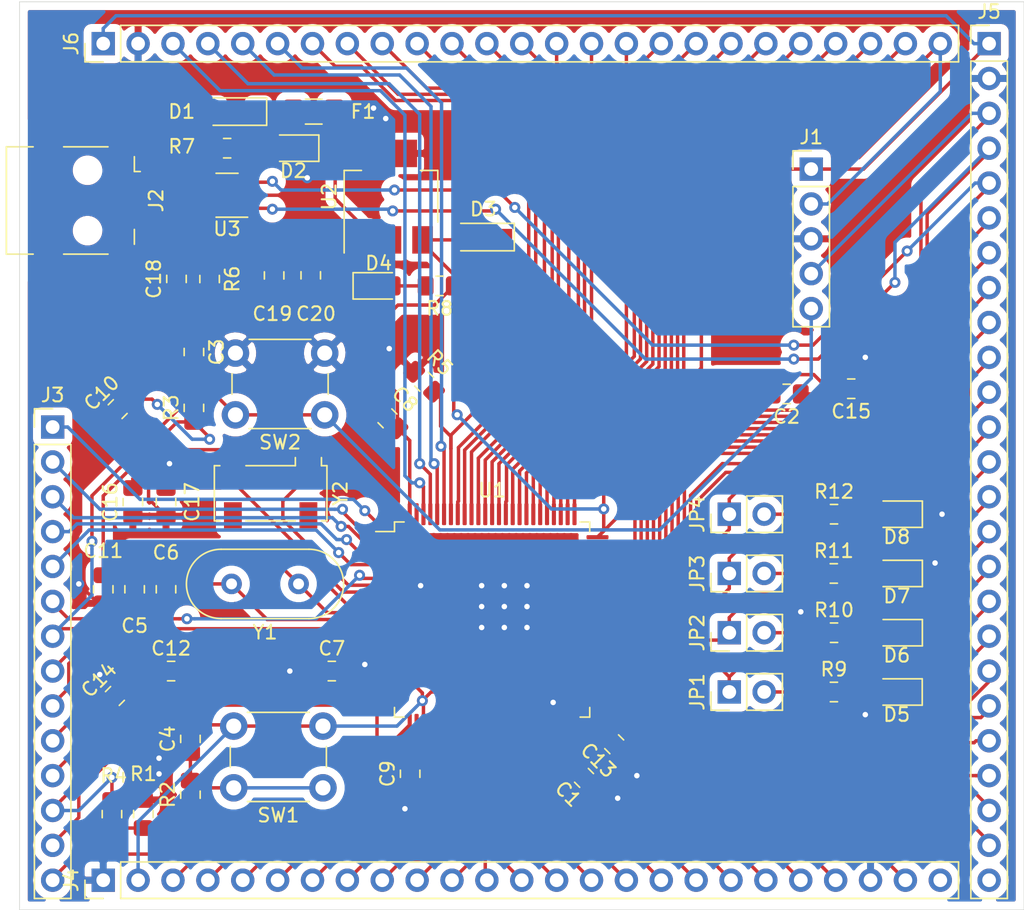
<source format=kicad_pcb>
(kicad_pcb (version 20171130) (host pcbnew "(5.1.4)-1")
  (layers (0 F.Cu signal) (31 B.Cu signal) (34 B.Paste user) (35 F.Paste user) (36 B.SilkS user) (37 F.SilkS user) (38 B.Mask user) (39 F.Mask user) (44 Edge.Cuts user))
  (net 0 "")
  (net 1 /VCAP1)
  (net 2 GND)
  (net 3 /VCAP2)
  (net 4 "Net-(C4-Pad1)")
  (net 5 /VDD)
  (net 6 "Net-(C5-Pad1)")
  (net 7 "Net-(C6-Pad1)")
  (net 8 "Net-(C16-Pad2)")
  (net 9 "Net-(C17-Pad2)")
  (net 10 "Net-(C18-Pad2)")
  (net 11 /5Vi)
  (net 12 /VBUS)
  (net 13 "Net-(D2-Pad2)")
  (net 14 /3V3)
  (net 15 "Net-(D4-Pad2)")
  (net 16 "Net-(D5-Pad2)")
  (net 17 "Net-(D6-Pad2)")
  (net 18 "Net-(D7-Pad2)")
  (net 19 "Net-(D8-Pad2)")
  (net 20 /5V)
  (net 21 /PA14)
  (net 22 /PA13)
  (net 23 /NRST)
  (net 24 /D-)
  (net 25 /D+)
  (net 26 "Net-(J2-Pad4)")
  (net 27 /PE2)
  (net 28 /PE3)
  (net 29 /PE4)
  (net 30 /PE5)
  (net 31 /PE6)
  (net 32 /PC13)
  (net 33 /PC0)
  (net 34 /PC1)
  (net 35 /PC2)
  (net 36 /PC3)
  (net 37 /PA0)
  (net 38 /PA1)
  (net 39 /PA2)
  (net 40 /PA3)
  (net 41 /PA4)
  (net 42 /PA5)
  (net 43 /PA6)
  (net 44 /PA7)
  (net 45 /PC4)
  (net 46 /PC5)
  (net 47 /PB0)
  (net 48 /PB1)
  (net 49 /PB2)
  (net 50 /PE7)
  (net 51 /PE8)
  (net 52 /PE9)
  (net 53 /PE10)
  (net 54 /PE11)
  (net 55 /PE12)
  (net 56 /PE13)
  (net 57 /PE14)
  (net 58 /PE15)
  (net 59 /PB10)
  (net 60 /PA12)
  (net 61 /PA11)
  (net 62 /PA10)
  (net 63 /PA9)
  (net 64 /PA8)
  (net 65 /PC9)
  (net 66 /PC8)
  (net 67 /PC7)
  (net 68 /PC6)
  (net 69 /PD15)
  (net 70 /PD14)
  (net 71 /PD13)
  (net 72 /PD12)
  (net 73 /PD11)
  (net 74 /PD10)
  (net 75 /PD9)
  (net 76 /PD8)
  (net 77 /PB15)
  (net 78 /PB14)
  (net 79 /PB13)
  (net 80 /PB12)
  (net 81 /PA15)
  (net 82 /PC10)
  (net 83 /PC11)
  (net 84 /PC12)
  (net 85 /PD0)
  (net 86 /PD1)
  (net 87 /PD2)
  (net 88 /PD3)
  (net 89 /PD4)
  (net 90 /PD5)
  (net 91 /PD6)
  (net 92 /PD7)
  (net 93 /PB3)
  (net 94 /PB4)
  (net 95 /PB5)
  (net 96 /PB6)
  (net 97 /PB7)
  (net 98 /BOOT0)
  (net 99 /PB8)
  (net 100 /PB9)
  (net 101 /PE0)
  (net 102 /PE1)
  (net 103 "Net-(JP1-Pad2)")
  (net 104 "Net-(JP2-Pad2)")
  (net 105 "Net-(JP3-Pad2)")
  (net 106 "Net-(JP4-Pad2)")
  (net 107 "Net-(R1-Pad2)")
  (net 108 "Net-(U1-Pad6)")
  (module Connector_PinHeader_2.54mm:PinHeader_1x14_P2.54mm_Vertical (layer F.Cu) (at 116.332 80.01)
    (fp_text reference J3 (at 0 -2.33) (layer F.SilkS))
    (fp_text value Conn_01x14_Male)
    (pad 1 thru_hole rect (at 0 0) (size 1.7 1.7) (drill 1) (layers *.Cu *.Mask) (net 27 /PE2))
    (pad 2 thru_hole oval (at 0 2.54) (size 1.7 1.7) (drill 1) (layers *.Cu *.Mask) (net 28 /PE3))
    (pad 3 thru_hole oval (at 0 5.08) (size 1.7 1.7) (drill 1) (layers *.Cu *.Mask) (net 29 /PE4))
    (pad 4 thru_hole oval (at 0 7.62) (size 1.7 1.7) (drill 1) (layers *.Cu *.Mask) (net 30 /PE5))
    (pad 5 thru_hole oval (at 0 10.16) (size 1.7 1.7) (drill 1) (layers *.Cu *.Mask) (net 31 /PE6))
    (pad 6 thru_hole oval (at 0 12.7) (size 1.7 1.7) (drill 1) (layers *.Cu *.Mask) (net 32 /PC13))
    (pad 7 thru_hole oval (at 0 15.24) (size 1.7 1.7) (drill 1) (layers *.Cu *.Mask) (net 23 /NRST))
    (pad 8 thru_hole oval (at 0 17.78) (size 1.7 1.7) (drill 1) (layers *.Cu *.Mask) (net 33 /PC0))
    (pad 9 thru_hole oval (at 0 20.32) (size 1.7 1.7) (drill 1) (layers *.Cu *.Mask) (net 34 /PC1))
    (pad 10 thru_hole oval (at 0 22.86) (size 1.7 1.7) (drill 1) (layers *.Cu *.Mask) (net 35 /PC2))
    (pad 11 thru_hole oval (at 0 25.4) (size 1.7 1.7) (drill 1) (layers *.Cu *.Mask) (net 36 /PC3))
    (pad 12 thru_hole oval (at 0 27.94) (size 1.7 1.7) (drill 1) (layers *.Cu *.Mask) (net 37 /PA0))
    (pad 13 thru_hole oval (at 0 30.48) (size 1.7 1.7) (drill 1) (layers *.Cu *.Mask) (net 38 /PA1))
    (pad 14 thru_hole oval (at 0 33.02) (size 1.7 1.7) (drill 1) (layers *.Cu *.Mask) (net 39 /PA2))
  )
  (module Connector_PinHeader_2.54mm:PinHeader_1x25_P2.54mm_Vertical (layer F.Cu) (at 120.015 113.03 90)
    (fp_text reference J4 (at 0 -2.33 90) (layer F.SilkS))
    (fp_text value Conn_01x25_MountingPin)
    (pad 1 thru_hole rect (at 0 0 90) (size 1.7 1.7) (drill 1) (layers *.Cu *.Mask) (net 2 GND))
    (pad 2 thru_hole oval (at 0 2.54 90) (size 1.7 1.7) (drill 1) (layers *.Cu *.Mask) (net 5 /VDD))
    (pad 3 thru_hole oval (at 0 5.08 90) (size 1.7 1.7) (drill 1) (layers *.Cu *.Mask) (net 40 /PA3))
    (pad 4 thru_hole oval (at 0 7.62 90) (size 1.7 1.7) (drill 1) (layers *.Cu *.Mask) (net 41 /PA4))
    (pad 5 thru_hole oval (at 0 10.16 90) (size 1.7 1.7) (drill 1) (layers *.Cu *.Mask) (net 42 /PA5))
    (pad 6 thru_hole oval (at 0 12.7 90) (size 1.7 1.7) (drill 1) (layers *.Cu *.Mask) (net 43 /PA6))
    (pad 7 thru_hole oval (at 0 15.24 90) (size 1.7 1.7) (drill 1) (layers *.Cu *.Mask) (net 44 /PA7))
    (pad 8 thru_hole oval (at 0 17.78 90) (size 1.7 1.7) (drill 1) (layers *.Cu *.Mask) (net 45 /PC4))
    (pad 9 thru_hole oval (at 0 20.32 90) (size 1.7 1.7) (drill 1) (layers *.Cu *.Mask) (net 46 /PC5))
    (pad 10 thru_hole oval (at 0 22.86 90) (size 1.7 1.7) (drill 1) (layers *.Cu *.Mask) (net 47 /PB0))
    (pad 11 thru_hole oval (at 0 25.4 90) (size 1.7 1.7) (drill 1) (layers *.Cu *.Mask) (net 48 /PB1))
    (pad 12 thru_hole oval (at 0 27.94 90) (size 1.7 1.7) (drill 1) (layers *.Cu *.Mask) (net 49 /PB2))
    (pad 13 thru_hole oval (at 0 30.48 90) (size 1.7 1.7) (drill 1) (layers *.Cu *.Mask) (net 50 /PE7))
    (pad 14 thru_hole oval (at 0 33.02 90) (size 1.7 1.7) (drill 1) (layers *.Cu *.Mask) (net 51 /PE8))
    (pad 15 thru_hole oval (at 0 35.56 90) (size 1.7 1.7) (drill 1) (layers *.Cu *.Mask) (net 52 /PE9))
    (pad 16 thru_hole oval (at 0 38.1 90) (size 1.7 1.7) (drill 1) (layers *.Cu *.Mask) (net 53 /PE10))
    (pad 17 thru_hole oval (at 0 40.64 90) (size 1.7 1.7) (drill 1) (layers *.Cu *.Mask) (net 54 /PE11))
    (pad 18 thru_hole oval (at 0 43.18 90) (size 1.7 1.7) (drill 1) (layers *.Cu *.Mask) (net 55 /PE12))
    (pad 19 thru_hole oval (at 0 45.72 90) (size 1.7 1.7) (drill 1) (layers *.Cu *.Mask) (net 56 /PE13))
    (pad 20 thru_hole oval (at 0 48.26 90) (size 1.7 1.7) (drill 1) (layers *.Cu *.Mask) (net 57 /PE14))
    (pad 21 thru_hole oval (at 0 50.8 90) (size 1.7 1.7) (drill 1) (layers *.Cu *.Mask) (net 58 /PE15))
    (pad 22 thru_hole oval (at 0 53.34 90) (size 1.7 1.7) (drill 1) (layers *.Cu *.Mask) (net 59 /PB10))
    (pad 23 thru_hole oval (at 0 55.88 90) (size 1.7 1.7) (drill 1) (layers *.Cu *.Mask) (net 2 GND))
    (pad 24 thru_hole oval (at 0 58.42 90) (size 1.7 1.7) (drill 1) (layers *.Cu *.Mask) (net 5 /VDD))
    (pad 25 thru_hole oval (at 0 60.96 90) (size 1.7 1.7) (drill 1) (layers *.Cu *.Mask) (net 14 /3V3))
  )
  (module Resistor_SMD:R_0805_2012Metric_Pad1.15x1.40mm_HandSolder (layer F.Cu) (at 120.65 108.213 270)
    (fp_text reference R4 (at -2.803 -0.127 180) (layer F.SilkS))
    (fp_text value 10K)
    (pad 2 smd roundrect (at 1.025 0 270) (size 1.15 1.4) (layers F.Cu F.Paste F.Mask) (roundrect_rratio 0.217391) (net 107 "Net-(R1-Pad2)"))
    (pad 1 smd roundrect (at -1.025 0 270) (size 1.15 1.4) (layers F.Cu F.Paste F.Mask) (roundrect_rratio 0.217391) (net 37 /PA0))
  )
  (module Capacitor_SMD:C_0805_2012Metric_Pad1.15x1.40mm_HandSolder (layer F.Cu) (at 122.174 85.48 90)
    (fp_text reference C16 (at 0 -1.65 90) (layer F.SilkS))
    (fp_text value 18pF)
    (pad 1 smd roundrect (at -1.025 0 90) (size 1.15 1.4) (layers F.Cu F.Paste F.Mask) (roundrect_rratio 0.217391) (net 2 GND))
    (pad 2 smd roundrect (at 1.025 0 90) (size 1.15 1.4) (layers F.Cu F.Paste F.Mask) (roundrect_rratio 0.217391) (net 8 "Net-(C16-Pad2)"))
  )
  (module Capacitor_SMD:C_0805_2012Metric_Pad1.15x1.40mm_HandSolder (layer F.Cu) (at 124.587 85.48 90)
    (fp_text reference C17 (at 0.009 1.905 90) (layer F.SilkS))
    (fp_text value 18pF)
    (pad 2 smd roundrect (at 1.025 0 90) (size 1.15 1.4) (layers F.Cu F.Paste F.Mask) (roundrect_rratio 0.217391) (net 9 "Net-(C17-Pad2)"))
    (pad 1 smd roundrect (at -1.025 0 90) (size 1.15 1.4) (layers F.Cu F.Paste F.Mask) (roundrect_rratio 0.217391) (net 2 GND))
  )
  (module Crystal:Crystal_SMD_Abracon_ABS25-4Pin_8.0x3.8mm (layer F.Cu) (at 132.207 84.836 270)
    (fp_text reference Y2 (at 0 -5.08 90) (layer F.SilkS))
    (fp_text value Crystal)
    (pad 1 smd rect (at -1.6 -2.75 180) (size 1.3 1.9) (layers F.Cu F.Paste F.Mask) (net 8 "Net-(C16-Pad2)"))
    (pad 2 smd rect (at -1.6 2.75 180) (size 1.3 1.9) (layers F.Cu F.Paste F.Mask) (net 9 "Net-(C17-Pad2)"))
    (pad 3 smd rect (at 1.6 2.75 180) (size 1.3 1.9) (layers F.Cu F.Paste F.Mask))
    (pad 4 smd rect (at 1.6 -2.75 180) (size 1.3 1.9) (layers F.Cu F.Paste F.Mask))
  )
  (module Connector_PinHeader_2.54mm:PinHeader_1x25_P2.54mm_Vertical (layer F.Cu) (at 184.531 52.07)
    (fp_text reference J5 (at 0 -2.33) (layer F.SilkS))
    (fp_text value Conn_01x25_MountingPin)
    (pad 1 thru_hole rect (at 0 0) (size 1.7 1.7) (drill 1) (layers *.Cu *.Mask) (net 5 /VDD))
    (pad 2 thru_hole oval (at 0 2.54) (size 1.7 1.7) (drill 1) (layers *.Cu *.Mask) (net 2 GND))
    (pad 3 thru_hole oval (at 0 5.08) (size 1.7 1.7) (drill 1) (layers *.Cu *.Mask) (net 22 /PA13))
    (pad 4 thru_hole oval (at 0 7.62) (size 1.7 1.7) (drill 1) (layers *.Cu *.Mask) (net 60 /PA12))
    (pad 5 thru_hole oval (at 0 10.16) (size 1.7 1.7) (drill 1) (layers *.Cu *.Mask) (net 61 /PA11))
    (pad 6 thru_hole oval (at 0 12.7) (size 1.7 1.7) (drill 1) (layers *.Cu *.Mask) (net 62 /PA10))
    (pad 7 thru_hole oval (at 0 15.24) (size 1.7 1.7) (drill 1) (layers *.Cu *.Mask) (net 63 /PA9))
    (pad 8 thru_hole oval (at 0 17.78) (size 1.7 1.7) (drill 1) (layers *.Cu *.Mask) (net 64 /PA8))
    (pad 9 thru_hole oval (at 0 20.32) (size 1.7 1.7) (drill 1) (layers *.Cu *.Mask) (net 65 /PC9))
    (pad 10 thru_hole oval (at 0 22.86) (size 1.7 1.7) (drill 1) (layers *.Cu *.Mask) (net 66 /PC8))
    (pad 11 thru_hole oval (at 0 25.4) (size 1.7 1.7) (drill 1) (layers *.Cu *.Mask) (net 67 /PC7))
    (pad 12 thru_hole oval (at 0 27.94) (size 1.7 1.7) (drill 1) (layers *.Cu *.Mask) (net 68 /PC6))
    (pad 13 thru_hole oval (at 0 30.48) (size 1.7 1.7) (drill 1) (layers *.Cu *.Mask) (net 69 /PD15))
    (pad 14 thru_hole oval (at 0 33.02) (size 1.7 1.7) (drill 1) (layers *.Cu *.Mask) (net 70 /PD14))
    (pad 15 thru_hole oval (at 0 35.56) (size 1.7 1.7) (drill 1) (layers *.Cu *.Mask) (net 71 /PD13))
    (pad 16 thru_hole oval (at 0 38.1) (size 1.7 1.7) (drill 1) (layers *.Cu *.Mask) (net 72 /PD12))
    (pad 17 thru_hole oval (at 0 40.64) (size 1.7 1.7) (drill 1) (layers *.Cu *.Mask) (net 73 /PD11))
    (pad 18 thru_hole oval (at 0 43.18) (size 1.7 1.7) (drill 1) (layers *.Cu *.Mask) (net 74 /PD10))
    (pad 19 thru_hole oval (at 0 45.72) (size 1.7 1.7) (drill 1) (layers *.Cu *.Mask) (net 75 /PD9))
    (pad 20 thru_hole oval (at 0 48.26) (size 1.7 1.7) (drill 1) (layers *.Cu *.Mask) (net 76 /PD8))
    (pad 21 thru_hole oval (at 0 50.8) (size 1.7 1.7) (drill 1) (layers *.Cu *.Mask) (net 77 /PB15))
    (pad 22 thru_hole oval (at 0 53.34) (size 1.7 1.7) (drill 1) (layers *.Cu *.Mask) (net 78 /PB14))
    (pad 23 thru_hole oval (at 0 55.88) (size 1.7 1.7) (drill 1) (layers *.Cu *.Mask) (net 79 /PB13))
    (pad 24 thru_hole oval (at 0 58.42) (size 1.7 1.7) (drill 1) (layers *.Cu *.Mask) (net 80 /PB12))
    (pad 25 thru_hole oval (at 0 60.96) (size 1.7 1.7) (drill 1) (layers *.Cu *.Mask) (net 20 /5V))
  )
  (module Capacitor_SMD:C_0805_2012Metric_Pad1.15x1.40mm_HandSolder (layer F.Cu) (at 155.029784 105.574216 135)
    (fp_text reference C1 (at 0 -1.65 135) (layer F.SilkS))
    (fp_text value 2.2uF)
    (pad 2 smd roundrect (at 1.025 0 135) (size 1.15 1.4) (layers F.Cu F.Paste F.Mask) (roundrect_rratio 0.217391) (net 1 /VCAP1))
    (pad 1 smd roundrect (at -1.025 0 135) (size 1.15 1.4) (layers F.Cu F.Paste F.Mask) (roundrect_rratio 0.217391) (net 2 GND))
  )
  (module Capacitor_SMD:C_0805_2012Metric_Pad1.15x1.40mm_HandSolder (layer F.Cu) (at 169.79 77.597 180)
    (fp_text reference C2 (at 0 -1.65) (layer F.SilkS))
    (fp_text value 2.2uF)
    (pad 1 smd roundrect (at -1.025 0 180) (size 1.15 1.4) (layers F.Cu F.Paste F.Mask) (roundrect_rratio 0.217391) (net 2 GND))
    (pad 2 smd roundrect (at 1.025 0 180) (size 1.15 1.4) (layers F.Cu F.Paste F.Mask) (roundrect_rratio 0.217391) (net 3 /VCAP2))
  )
  (module Capacitor_SMD:C_0805_2012Metric_Pad1.15x1.40mm_HandSolder (layer F.Cu) (at 126.619 74.54 270)
    (fp_text reference C3 (at 0 -1.65 90) (layer F.SilkS))
    (fp_text value 20nF)
    (pad 1 smd roundrect (at -1.025 0 270) (size 1.15 1.4) (layers F.Cu F.Paste F.Mask) (roundrect_rratio 0.217391) (net 2 GND))
    (pad 2 smd roundrect (at 1.025 0 270) (size 1.15 1.4) (layers F.Cu F.Paste F.Mask) (roundrect_rratio 0.217391) (net 23 /NRST))
  )
  (module Capacitor_SMD:C_0805_2012Metric_Pad1.15x1.40mm_HandSolder (layer F.Cu) (at 126.365 102.734 90)
    (fp_text reference C4 (at 0 -1.65 90) (layer F.SilkS))
    (fp_text value 2.2uF)
    (pad 1 smd roundrect (at -1.025 0 90) (size 1.15 1.4) (layers F.Cu F.Paste F.Mask) (roundrect_rratio 0.217391) (net 4 "Net-(C4-Pad1)"))
    (pad 2 smd roundrect (at 1.025 0 90) (size 1.15 1.4) (layers F.Cu F.Paste F.Mask) (roundrect_rratio 0.217391) (net 5 /VDD))
  )
  (module Capacitor_SMD:C_0805_2012Metric_Pad1.15x1.40mm_HandSolder (layer F.Cu) (at 122.301 91.83 270)
    (fp_text reference C5 (at 2.658 0 180) (layer F.SilkS))
    (fp_text value 20nF)
    (pad 2 smd roundrect (at 1.025 0 270) (size 1.15 1.4) (layers F.Cu F.Paste F.Mask) (roundrect_rratio 0.217391) (net 2 GND))
    (pad 1 smd roundrect (at -1.025 0 270) (size 1.15 1.4) (layers F.Cu F.Paste F.Mask) (roundrect_rratio 0.217391) (net 6 "Net-(C5-Pad1)"))
  )
  (module Capacitor_SMD:C_0805_2012Metric_Pad1.15x1.40mm_HandSolder (layer F.Cu) (at 124.587 91.83 270)
    (fp_text reference C6 (at -2.676 0 180) (layer F.SilkS))
    (fp_text value 20nF)
    (pad 1 smd roundrect (at -1.025 0 270) (size 1.15 1.4) (layers F.Cu F.Paste F.Mask) (roundrect_rratio 0.217391) (net 7 "Net-(C6-Pad1)"))
    (pad 2 smd roundrect (at 1.025 0 270) (size 1.15 1.4) (layers F.Cu F.Paste F.Mask) (roundrect_rratio 0.217391) (net 2 GND))
  )
  (module Capacitor_SMD:C_0805_2012Metric_Pad1.15x1.40mm_HandSolder (layer F.Cu) (at 136.661 97.79)
    (fp_text reference C7 (at 0 -1.65) (layer F.SilkS))
    (fp_text value 2.2uF)
    (pad 2 smd roundrect (at 1.025 0) (size 1.15 1.4) (layers F.Cu F.Paste F.Mask) (roundrect_rratio 0.217391) (net 5 /VDD))
    (pad 1 smd roundrect (at -1.025 0) (size 1.15 1.4) (layers F.Cu F.Paste F.Mask) (roundrect_rratio 0.217391) (net 2 GND))
  )
  (module Capacitor_SMD:C_0805_2012Metric_Pad1.15x1.40mm_HandSolder (layer F.Cu) (at 140.716 79.375 315)
    (fp_text reference C8 (at -0.089803 -1.885854 135) (layer F.SilkS))
    (fp_text value 0.1uF)
    (pad 2 smd roundrect (at 1.025 0 315) (size 1.15 1.4) (layers F.Cu F.Paste F.Mask) (roundrect_rratio 0.217391) (net 5 /VDD))
    (pad 1 smd roundrect (at -1.025 0 315) (size 1.15 1.4) (layers F.Cu F.Paste F.Mask) (roundrect_rratio 0.217391) (net 2 GND))
  )
  (module Capacitor_SMD:C_0805_2012Metric_Pad1.15x1.40mm_HandSolder (layer F.Cu) (at 142.367 105.274 90)
    (fp_text reference C9 (at 0 -1.65 90) (layer F.SilkS))
    (fp_text value 2.2uF)
    (pad 1 smd roundrect (at -1.025 0 90) (size 1.15 1.4) (layers F.Cu F.Paste F.Mask) (roundrect_rratio 0.217391) (net 2 GND))
    (pad 2 smd roundrect (at 1.025 0 90) (size 1.15 1.4) (layers F.Cu F.Paste F.Mask) (roundrect_rratio 0.217391) (net 5 /VDD))
  )
  (module Capacitor_SMD:C_0805_2012Metric_Pad1.15x1.40mm_HandSolder (layer F.Cu) (at 121.068216 78.702784 45)
    (fp_text reference C10 (at 0 -1.65 45) (layer F.SilkS))
    (fp_text value 0.1uF)
    (pad 2 smd roundrect (at 1.025 0 45) (size 1.15 1.4) (layers F.Cu F.Paste F.Mask) (roundrect_rratio 0.217391) (net 5 /VDD))
    (pad 1 smd roundrect (at -1.025 0 45) (size 1.15 1.4) (layers F.Cu F.Paste F.Mask) (roundrect_rratio 0.217391) (net 2 GND))
  )
  (module Capacitor_SMD:C_0805_2012Metric_Pad1.15x1.40mm_HandSolder (layer F.Cu) (at 120.015 91.83 90)
    (fp_text reference C11 (at 2.803 0 180) (layer F.SilkS))
    (fp_text value 0.1uF)
    (pad 1 smd roundrect (at -1.025 0 90) (size 1.15 1.4) (layers F.Cu F.Paste F.Mask) (roundrect_rratio 0.217391) (net 2 GND))
    (pad 2 smd roundrect (at 1.025 0 90) (size 1.15 1.4) (layers F.Cu F.Paste F.Mask) (roundrect_rratio 0.217391) (net 5 /VDD))
  )
  (module Capacitor_SMD:C_0805_2012Metric_Pad1.15x1.40mm_HandSolder (layer F.Cu) (at 124.959 97.79)
    (fp_text reference C12 (at 0 -1.65) (layer F.SilkS))
    (fp_text value 0.1uF)
    (pad 2 smd roundrect (at 1.025 0) (size 1.15 1.4) (layers F.Cu F.Paste F.Mask) (roundrect_rratio 0.217391) (net 5 /VDD))
    (pad 1 smd roundrect (at -1.025 0) (size 1.15 1.4) (layers F.Cu F.Paste F.Mask) (roundrect_rratio 0.217391) (net 2 GND))
  )
  (module Capacitor_SMD:C_0805_2012Metric_Pad1.15x1.40mm_HandSolder (layer F.Cu) (at 157.226 103.124 135)
    (fp_text reference C13 (at 0 -1.65 135) (layer F.SilkS))
    (fp_text value 0.1uF)
    (pad 1 smd roundrect (at -1.025 0 135) (size 1.15 1.4) (layers F.Cu F.Paste F.Mask) (roundrect_rratio 0.217391) (net 2 GND))
    (pad 2 smd roundrect (at 1.025 0 135) (size 1.15 1.4) (layers F.Cu F.Paste F.Mask) (roundrect_rratio 0.217391) (net 5 /VDD))
  )
  (module Capacitor_SMD:C_0805_2012Metric_Pad1.15x1.40mm_HandSolder (layer F.Cu) (at 120.866784 99.605216 45)
    (fp_text reference C14 (at 0 -1.65 45) (layer F.SilkS))
    (fp_text value 0.1uF)
    (pad 1 smd roundrect (at -1.025 0 45) (size 1.15 1.4) (layers F.Cu F.Paste F.Mask) (roundrect_rratio 0.217391) (net 2 GND))
    (pad 2 smd roundrect (at 1.025 0 45) (size 1.15 1.4) (layers F.Cu F.Paste F.Mask) (roundrect_rratio 0.217391) (net 5 /VDD))
  )
  (module Capacitor_SMD:C_0805_2012Metric_Pad1.15x1.40mm_HandSolder (layer F.Cu) (at 174.489 77.216 180)
    (fp_text reference C15 (at 0 -1.65) (layer F.SilkS))
    (fp_text value 0.1uF)
    (pad 2 smd roundrect (at 1.025 0 180) (size 1.15 1.4) (layers F.Cu F.Paste F.Mask) (roundrect_rratio 0.217391) (net 5 /VDD))
    (pad 1 smd roundrect (at -1.025 0 180) (size 1.15 1.4) (layers F.Cu F.Paste F.Mask) (roundrect_rratio 0.217391) (net 2 GND))
  )
  (module Capacitor_SMD:C_0805_2012Metric_Pad1.15x1.40mm_HandSolder (layer F.Cu) (at 125.349 69.215 90)
    (fp_text reference C18 (at 0 -1.65 90) (layer F.SilkS))
    (fp_text value 0.1uF)
    (pad 2 smd roundrect (at 1.025 0 90) (size 1.15 1.4) (layers F.Cu F.Paste F.Mask) (roundrect_rratio 0.217391) (net 10 "Net-(C18-Pad2)"))
    (pad 1 smd roundrect (at -1.025 0 90) (size 1.15 1.4) (layers F.Cu F.Paste F.Mask) (roundrect_rratio 0.217391) (net 2 GND))
  )
  (module Capacitor_SMD:C_0805_2012Metric_Pad1.15x1.40mm_HandSolder (layer F.Cu) (at 132.461 68.961 270)
    (fp_text reference C19 (at 2.794 0.127) (layer F.SilkS))
    (fp_text value 4.7uF)
    (pad 2 smd roundrect (at 1.025 0 270) (size 1.15 1.4) (layers F.Cu F.Paste F.Mask) (roundrect_rratio 0.217391) (net 2 GND))
    (pad 1 smd roundrect (at -1.025 0 270) (size 1.15 1.4) (layers F.Cu F.Paste F.Mask) (roundrect_rratio 0.217391) (net 11 /5Vi))
  )
  (module Capacitor_SMD:C_0805_2012Metric_Pad1.15x1.40mm_HandSolder (layer F.Cu) (at 135.128 68.952 270)
    (fp_text reference C20 (at 2.803 -0.381) (layer F.SilkS))
    (fp_text value 0.1uF)
    (pad 1 smd roundrect (at -1.025 0 270) (size 1.15 1.4) (layers F.Cu F.Paste F.Mask) (roundrect_rratio 0.217391) (net 11 /5Vi))
    (pad 2 smd roundrect (at 1.025 0 270) (size 1.15 1.4) (layers F.Cu F.Paste F.Mask) (roundrect_rratio 0.217391) (net 2 GND))
  )
  (module Diode_SMD:D_SOD-123 (layer F.Cu) (at 129.668 57.023 180)
    (fp_text reference D1 (at 3.938 0) (layer F.SilkS))
    (fp_text value PMEG6010CEH)
    (pad 2 smd rect (at 1.65 0 180) (size 0.9 1.2) (layers F.Cu F.Paste F.Mask) (net 12 /VBUS))
    (pad 1 smd rect (at -1.65 0 180) (size 0.9 1.2) (layers F.Cu F.Paste F.Mask) (net 11 /5Vi))
  )
  (module LED_SMD:LED_0805_2012Metric_Pad1.15x1.40mm_HandSolder (layer F.Cu) (at 133.858 59.69 180)
    (fp_text reference D2 (at 0 -1.65) (layer F.SilkS))
    (fp_text value RED_LED_0805)
    (pad 1 smd roundrect (at -1.025 0 180) (size 1.15 1.4) (layers F.Cu F.Paste F.Mask) (roundrect_rratio 0.217391) (net 2 GND))
    (pad 2 smd roundrect (at 1.025 0 180) (size 1.15 1.4) (layers F.Cu F.Paste F.Mask) (roundrect_rratio 0.217391) (net 13 "Net-(D2-Pad2)"))
  )
  (module Diode_SMD:D_SOD-123 (layer F.Cu) (at 147.7 66.167 180)
    (fp_text reference D3 (at 0 2.032) (layer F.SilkS))
    (fp_text value PMEG6010CEH)
    (pad 2 smd rect (at 1.65 0 180) (size 0.9 1.2) (layers F.Cu F.Paste F.Mask) (net 5 /VDD))
    (pad 1 smd rect (at -1.65 0 180) (size 0.9 1.2) (layers F.Cu F.Paste F.Mask) (net 14 /3V3))
  )
  (module LED_SMD:LED_0805_2012Metric_Pad1.15x1.40mm_HandSolder (layer F.Cu) (at 140.072 69.723)
    (fp_text reference D4 (at 0 -1.65) (layer F.SilkS))
    (fp_text value BLUE_LED_0805)
    (pad 1 smd roundrect (at -1.025 0) (size 1.15 1.4) (layers F.Cu F.Paste F.Mask) (roundrect_rratio 0.217391) (net 2 GND))
    (pad 2 smd roundrect (at 1.025 0) (size 1.15 1.4) (layers F.Cu F.Paste F.Mask) (roundrect_rratio 0.217391) (net 15 "Net-(D4-Pad2)"))
  )
  (module LED_SMD:LED_0805_2012Metric_Pad1.15x1.40mm_HandSolder (layer F.Cu) (at 177.8 99.314 180)
    (fp_text reference D5 (at 0 -1.65) (layer F.SilkS))
    (fp_text value GREEN_LED_0805)
    (pad 1 smd roundrect (at -1.025 0 180) (size 1.15 1.4) (layers F.Cu F.Paste F.Mask) (roundrect_rratio 0.217391) (net 2 GND))
    (pad 2 smd roundrect (at 1.025 0 180) (size 1.15 1.4) (layers F.Cu F.Paste F.Mask) (roundrect_rratio 0.217391) (net 16 "Net-(D5-Pad2)"))
  )
  (module LED_SMD:LED_0805_2012Metric_Pad1.15x1.40mm_HandSolder (layer F.Cu) (at 177.809 94.996 180)
    (fp_text reference D6 (at 0 -1.65) (layer F.SilkS))
    (fp_text value ORANGE_LED_0805)
    (pad 2 smd roundrect (at 1.025 0 180) (size 1.15 1.4) (layers F.Cu F.Paste F.Mask) (roundrect_rratio 0.217391) (net 17 "Net-(D6-Pad2)"))
    (pad 1 smd roundrect (at -1.025 0 180) (size 1.15 1.4) (layers F.Cu F.Paste F.Mask) (roundrect_rratio 0.217391) (net 2 GND))
  )
  (module LED_SMD:LED_0805_2012Metric_Pad1.15x1.40mm_HandSolder (layer F.Cu) (at 177.809 90.678 180)
    (fp_text reference D7 (at 0 -1.65) (layer F.SilkS))
    (fp_text value RED_LED_0805)
    (pad 1 smd roundrect (at -1.025 0 180) (size 1.15 1.4) (layers F.Cu F.Paste F.Mask) (roundrect_rratio 0.217391) (net 2 GND))
    (pad 2 smd roundrect (at 1.025 0 180) (size 1.15 1.4) (layers F.Cu F.Paste F.Mask) (roundrect_rratio 0.217391) (net 18 "Net-(D7-Pad2)"))
  )
  (module LED_SMD:LED_0805_2012Metric_Pad1.15x1.40mm_HandSolder (layer F.Cu) (at 177.809 86.36 180)
    (fp_text reference D8 (at 0 -1.65) (layer F.SilkS))
    (fp_text value BLUE_LED_0805)
    (pad 2 smd roundrect (at 1.025 0 180) (size 1.15 1.4) (layers F.Cu F.Paste F.Mask) (roundrect_rratio 0.217391) (net 19 "Net-(D8-Pad2)"))
    (pad 1 smd roundrect (at -1.025 0 180) (size 1.15 1.4) (layers F.Cu F.Paste F.Mask) (roundrect_rratio 0.217391) (net 2 GND))
  )
  (module Fuse:Fuse_1206_3216Metric_Pad1.42x1.75mm_HandSolder (layer F.Cu) (at 135.3455 57.023 180)
    (fp_text reference F1 (at -3.5925 0) (layer F.SilkS))
    (fp_text value Fuse)
    (pad 1 smd roundrect (at -1.4875 0 180) (size 1.425 1.75) (layers F.Cu F.Paste F.Mask) (roundrect_rratio 0.175439) (net 20 /5V))
    (pad 2 smd roundrect (at 1.4875 0 180) (size 1.425 1.75) (layers F.Cu F.Paste F.Mask) (roundrect_rratio 0.175439) (net 11 /5Vi))
  )
  (module Connector_PinHeader_2.54mm:PinHeader_1x05_P2.54mm_Vertical (layer F.Cu) (at 171.577 61.214)
    (fp_text reference J1 (at 0 -2.33) (layer F.SilkS))
    (fp_text value SWD)
    (pad 1 thru_hole rect (at 0 0) (size 1.7 1.7) (drill 1) (layers *.Cu *.Mask) (net 5 /VDD))
    (pad 2 thru_hole oval (at 0 2.54) (size 1.7 1.7) (drill 1) (layers *.Cu *.Mask) (net 21 /PA14))
    (pad 3 thru_hole oval (at 0 5.08) (size 1.7 1.7) (drill 1) (layers *.Cu *.Mask) (net 2 GND))
    (pad 4 thru_hole oval (at 0 7.62) (size 1.7 1.7) (drill 1) (layers *.Cu *.Mask) (net 22 /PA13))
    (pad 5 thru_hole oval (at 0 10.16) (size 1.7 1.7) (drill 1) (layers *.Cu *.Mask) (net 23 /NRST))
  )
  (module Connector_USB:USB_Mini-B_Lumberg_2486_01_Horizontal (layer F.Cu) (at 118.872 63.5 270)
    (fp_text reference J2 (at 0 -5 90) (layer F.SilkS))
    (fp_text value USB_B_Mini)
    (pad 1 smd rect (at -1.6 -2.7 270) (size 0.5 2) (layers F.Cu F.Paste F.Mask) (net 12 /VBUS))
    (pad 2 smd rect (at -0.8 -2.7 270) (size 0.5 2) (layers F.Cu F.Paste F.Mask) (net 24 /D-))
    (pad 3 smd rect (at 0 -2.7 270) (size 0.5 2) (layers F.Cu F.Paste F.Mask) (net 25 /D+))
    (pad 4 smd rect (at 0.8 -2.7 270) (size 0.5 2) (layers F.Cu F.Paste F.Mask) (net 26 "Net-(J2-Pad4)"))
    (pad 5 smd rect (at 1.6 -2.7 270) (size 0.5 2) (layers F.Cu F.Paste F.Mask) (net 2 GND))
    (pad 6 smd rect (at -4.45 -2.6 270) (size 2 1.7) (layers F.Cu F.Paste F.Mask) (net 10 "Net-(C18-Pad2)"))
    (pad 6 smd rect (at -4.45 2.85 270) (size 2 1.7) (layers F.Cu F.Paste F.Mask) (net 10 "Net-(C18-Pad2)"))
    (pad 6 smd rect (at 4.45 -2.6 270) (size 2 1.7) (layers F.Cu F.Paste F.Mask) (net 10 "Net-(C18-Pad2)"))
    (pad 6 smd rect (at 4.45 2.85 270) (size 2 1.7) (layers F.Cu F.Paste F.Mask) (net 10 "Net-(C18-Pad2)"))
    (pad "" np_thru_hole circle (at -2.2 0 270) (size 1 1) (drill 1) (layers *.Cu *.Mask))
    (pad "" np_thru_hole circle (at 2.2 0 270) (size 1 1) (drill 1) (layers *.Cu *.Mask))
  )
  (module Connector_PinHeader_2.54mm:PinHeader_1x25_P2.54mm_Vertical (layer F.Cu) (at 120.015 52.07 90)
    (fp_text reference J6 (at 0 -2.33 90) (layer F.SilkS))
    (fp_text value Conn_01x25_MountingPin)
    (pad 25 thru_hole oval (at 0 60.96 90) (size 1.7 1.7) (drill 1) (layers *.Cu *.Mask) (net 21 /PA14))
    (pad 24 thru_hole oval (at 0 58.42 90) (size 1.7 1.7) (drill 1) (layers *.Cu *.Mask) (net 81 /PA15))
    (pad 23 thru_hole oval (at 0 55.88 90) (size 1.7 1.7) (drill 1) (layers *.Cu *.Mask) (net 82 /PC10))
    (pad 22 thru_hole oval (at 0 53.34 90) (size 1.7 1.7) (drill 1) (layers *.Cu *.Mask) (net 83 /PC11))
    (pad 21 thru_hole oval (at 0 50.8 90) (size 1.7 1.7) (drill 1) (layers *.Cu *.Mask) (net 84 /PC12))
    (pad 20 thru_hole oval (at 0 48.26 90) (size 1.7 1.7) (drill 1) (layers *.Cu *.Mask) (net 85 /PD0))
    (pad 19 thru_hole oval (at 0 45.72 90) (size 1.7 1.7) (drill 1) (layers *.Cu *.Mask) (net 86 /PD1))
    (pad 18 thru_hole oval (at 0 43.18 90) (size 1.7 1.7) (drill 1) (layers *.Cu *.Mask) (net 87 /PD2))
    (pad 17 thru_hole oval (at 0 40.64 90) (size 1.7 1.7) (drill 1) (layers *.Cu *.Mask) (net 88 /PD3))
    (pad 16 thru_hole oval (at 0 38.1 90) (size 1.7 1.7) (drill 1) (layers *.Cu *.Mask) (net 89 /PD4))
    (pad 15 thru_hole oval (at 0 35.56 90) (size 1.7 1.7) (drill 1) (layers *.Cu *.Mask) (net 90 /PD5))
    (pad 14 thru_hole oval (at 0 33.02 90) (size 1.7 1.7) (drill 1) (layers *.Cu *.Mask) (net 91 /PD6))
    (pad 13 thru_hole oval (at 0 30.48 90) (size 1.7 1.7) (drill 1) (layers *.Cu *.Mask) (net 92 /PD7))
    (pad 12 thru_hole oval (at 0 27.94 90) (size 1.7 1.7) (drill 1) (layers *.Cu *.Mask) (net 93 /PB3))
    (pad 11 thru_hole oval (at 0 25.4 90) (size 1.7 1.7) (drill 1) (layers *.Cu *.Mask) (net 94 /PB4))
    (pad 10 thru_hole oval (at 0 22.86 90) (size 1.7 1.7) (drill 1) (layers *.Cu *.Mask) (net 95 /PB5))
    (pad 9 thru_hole oval (at 0 20.32 90) (size 1.7 1.7) (drill 1) (layers *.Cu *.Mask) (net 96 /PB6))
    (pad 8 thru_hole oval (at 0 17.78 90) (size 1.7 1.7) (drill 1) (layers *.Cu *.Mask) (net 97 /PB7))
    (pad 7 thru_hole oval (at 0 15.24 90) (size 1.7 1.7) (drill 1) (layers *.Cu *.Mask) (net 98 /BOOT0))
    (pad 6 thru_hole oval (at 0 12.7 90) (size 1.7 1.7) (drill 1) (layers *.Cu *.Mask) (net 99 /PB8))
    (pad 5 thru_hole oval (at 0 10.16 90) (size 1.7 1.7) (drill 1) (layers *.Cu *.Mask) (net 100 /PB9))
    (pad 4 thru_hole oval (at 0 7.62 90) (size 1.7 1.7) (drill 1) (layers *.Cu *.Mask) (net 101 /PE0))
    (pad 3 thru_hole oval (at 0 5.08 90) (size 1.7 1.7) (drill 1) (layers *.Cu *.Mask) (net 102 /PE1))
    (pad 2 thru_hole oval (at 0 2.54 90) (size 1.7 1.7) (drill 1) (layers *.Cu *.Mask) (net 2 GND))
    (pad 1 thru_hole rect (at 0 0 90) (size 1.7 1.7) (drill 1) (layers *.Cu *.Mask) (net 5 /VDD))
  )
  (module Connector_PinHeader_2.54mm:PinHeader_1x02_P2.54mm_Vertical (layer F.Cu) (at 165.608 99.314 90)
    (fp_text reference JP1 (at 0 -2.33 90) (layer F.SilkS))
    (fp_text value Jumper)
    (pad 1 thru_hole rect (at 0 0 90) (size 1.7 1.7) (drill 1) (layers *.Cu *.Mask) (net 72 /PD12))
    (pad 2 thru_hole oval (at 0 2.54 90) (size 1.7 1.7) (drill 1) (layers *.Cu *.Mask) (net 103 "Net-(JP1-Pad2)"))
  )
  (module Connector_PinHeader_2.54mm:PinHeader_1x02_P2.54mm_Vertical (layer F.Cu) (at 165.608 94.996 90)
    (fp_text reference JP2 (at 0 -2.33 90) (layer F.SilkS))
    (fp_text value Jumper)
    (pad 2 thru_hole oval (at 0 2.54 90) (size 1.7 1.7) (drill 1) (layers *.Cu *.Mask) (net 104 "Net-(JP2-Pad2)"))
    (pad 1 thru_hole rect (at 0 0 90) (size 1.7 1.7) (drill 1) (layers *.Cu *.Mask) (net 71 /PD13))
  )
  (module Connector_PinHeader_2.54mm:PinHeader_1x02_P2.54mm_Vertical (layer F.Cu) (at 165.608 90.678 90)
    (fp_text reference JP3 (at 0 -2.33 90) (layer F.SilkS))
    (fp_text value Jumper)
    (pad 1 thru_hole rect (at 0 0 90) (size 1.7 1.7) (drill 1) (layers *.Cu *.Mask) (net 70 /PD14))
    (pad 2 thru_hole oval (at 0 2.54 90) (size 1.7 1.7) (drill 1) (layers *.Cu *.Mask) (net 105 "Net-(JP3-Pad2)"))
  )
  (module Connector_PinHeader_2.54mm:PinHeader_1x02_P2.54mm_Vertical (layer F.Cu) (at 165.608 86.36 90)
    (fp_text reference JP4 (at 0 -2.33 90) (layer F.SilkS))
    (fp_text value Jumper)
    (pad 2 thru_hole oval (at 0 2.54 90) (size 1.7 1.7) (drill 1) (layers *.Cu *.Mask) (net 106 "Net-(JP4-Pad2)"))
    (pad 1 thru_hole rect (at 0 0 90) (size 1.7 1.7) (drill 1) (layers *.Cu *.Mask) (net 69 /PD15))
  )
  (module Resistor_SMD:R_0805_2012Metric_Pad1.15x1.40mm_HandSolder (layer F.Cu) (at 122.936 108.204 270)
    (fp_text reference R1 (at -2.921 0) (layer F.SilkS))
    (fp_text value 10K)
    (pad 2 smd roundrect (at 1.025 0 270) (size 1.15 1.4) (layers F.Cu F.Paste F.Mask) (roundrect_rratio 0.217391) (net 107 "Net-(R1-Pad2)"))
    (pad 1 smd roundrect (at -1.025 0 270) (size 1.15 1.4) (layers F.Cu F.Paste F.Mask) (roundrect_rratio 0.217391) (net 2 GND))
  )
  (module Resistor_SMD:R_0805_2012Metric_Pad1.15x1.40mm_HandSolder (layer F.Cu) (at 126.365 106.798 90)
    (fp_text reference R2 (at 0 -1.65 90) (layer F.SilkS))
    (fp_text value 100R)
    (pad 1 smd roundrect (at -1.025 0 90) (size 1.15 1.4) (layers F.Cu F.Paste F.Mask) (roundrect_rratio 0.217391) (net 107 "Net-(R1-Pad2)"))
    (pad 2 smd roundrect (at 1.025 0 90) (size 1.15 1.4) (layers F.Cu F.Paste F.Mask) (roundrect_rratio 0.217391) (net 4 "Net-(C4-Pad1)"))
  )
  (module Resistor_SMD:R_0805_2012Metric_Pad1.15x1.40mm_HandSolder (layer F.Cu) (at 126.619 78.613 90)
    (fp_text reference R3 (at 0 -1.65 90) (layer F.SilkS))
    (fp_text value 10K)
    (pad 2 smd roundrect (at 1.025 0 90) (size 1.15 1.4) (layers F.Cu F.Paste F.Mask) (roundrect_rratio 0.217391) (net 23 /NRST))
    (pad 1 smd roundrect (at -1.025 0 90) (size 1.15 1.4) (layers F.Cu F.Paste F.Mask) (roundrect_rratio 0.217391) (net 5 /VDD))
  )
  (module Resistor_SMD:R_0805_2012Metric_Pad1.15x1.40mm_HandSolder (layer F.Cu) (at 143.383 76.708 135)
    (fp_text reference R5 (at 0.179605 1.796051 135) (layer F.SilkS))
    (fp_text value 10K)
    (pad 1 smd roundrect (at -1.025 0 135) (size 1.15 1.4) (layers F.Cu F.Paste F.Mask) (roundrect_rratio 0.217391) (net 98 /BOOT0))
    (pad 2 smd roundrect (at 1.025 0 135) (size 1.15 1.4) (layers F.Cu F.Paste F.Mask) (roundrect_rratio 0.217391) (net 2 GND))
  )
  (module Resistor_SMD:R_0805_2012Metric_Pad1.15x1.40mm_HandSolder (layer F.Cu) (at 127.762 69.224 270)
    (fp_text reference R6 (at 0 -1.65 90) (layer F.SilkS))
    (fp_text value 100K)
    (pad 2 smd roundrect (at 1.025 0 270) (size 1.15 1.4) (layers F.Cu F.Paste F.Mask) (roundrect_rratio 0.217391) (net 2 GND))
    (pad 1 smd roundrect (at -1.025 0 270) (size 1.15 1.4) (layers F.Cu F.Paste F.Mask) (roundrect_rratio 0.217391) (net 10 "Net-(C18-Pad2)"))
  )
  (module Resistor_SMD:R_0805_2012Metric_Pad1.15x1.40mm_HandSolder (layer F.Cu) (at 129.041 59.69)
    (fp_text reference R7 (at -3.311 -0.127) (layer F.SilkS))
    (fp_text value 1K)
    (pad 1 smd roundrect (at -1.025 0) (size 1.15 1.4) (layers F.Cu F.Paste F.Mask) (roundrect_rratio 0.217391) (net 12 /VBUS))
    (pad 2 smd roundrect (at 1.025 0) (size 1.15 1.4) (layers F.Cu F.Paste F.Mask) (roundrect_rratio 0.217391) (net 13 "Net-(D2-Pad2)"))
  )
  (module Resistor_SMD:R_0805_2012Metric_Pad1.15x1.40mm_HandSolder (layer F.Cu) (at 144.517 69.723 180)
    (fp_text reference R8 (at 0 -1.65) (layer F.SilkS))
    (fp_text value 1K)
    (pad 1 smd roundrect (at -1.025 0 180) (size 1.15 1.4) (layers F.Cu F.Paste F.Mask) (roundrect_rratio 0.217391) (net 5 /VDD))
    (pad 2 smd roundrect (at 1.025 0 180) (size 1.15 1.4) (layers F.Cu F.Paste F.Mask) (roundrect_rratio 0.217391) (net 15 "Net-(D4-Pad2)"))
  )
  (module Resistor_SMD:R_0805_2012Metric_Pad1.15x1.40mm_HandSolder (layer F.Cu) (at 173.228 99.314)
    (fp_text reference R9 (at 0 -1.65) (layer F.SilkS))
    (fp_text value 100K)
    (pad 1 smd roundrect (at -1.025 0) (size 1.15 1.4) (layers F.Cu F.Paste F.Mask) (roundrect_rratio 0.217391) (net 103 "Net-(JP1-Pad2)"))
    (pad 2 smd roundrect (at 1.025 0) (size 1.15 1.4) (layers F.Cu F.Paste F.Mask) (roundrect_rratio 0.217391) (net 16 "Net-(D5-Pad2)"))
  )
  (module Resistor_SMD:R_0805_2012Metric_Pad1.15x1.40mm_HandSolder (layer F.Cu) (at 173.237 94.996)
    (fp_text reference R10 (at 0 -1.65) (layer F.SilkS))
    (fp_text value 100K)
    (pad 1 smd roundrect (at -1.025 0) (size 1.15 1.4) (layers F.Cu F.Paste F.Mask) (roundrect_rratio 0.217391) (net 104 "Net-(JP2-Pad2)"))
    (pad 2 smd roundrect (at 1.025 0) (size 1.15 1.4) (layers F.Cu F.Paste F.Mask) (roundrect_rratio 0.217391) (net 17 "Net-(D6-Pad2)"))
  )
  (module Resistor_SMD:R_0805_2012Metric_Pad1.15x1.40mm_HandSolder (layer F.Cu) (at 173.219 90.678)
    (fp_text reference R11 (at 0 -1.65) (layer F.SilkS))
    (fp_text value 100K)
    (pad 2 smd roundrect (at 1.025 0) (size 1.15 1.4) (layers F.Cu F.Paste F.Mask) (roundrect_rratio 0.217391) (net 18 "Net-(D7-Pad2)"))
    (pad 1 smd roundrect (at -1.025 0) (size 1.15 1.4) (layers F.Cu F.Paste F.Mask) (roundrect_rratio 0.217391) (net 105 "Net-(JP3-Pad2)"))
  )
  (module Resistor_SMD:R_0805_2012Metric_Pad1.15x1.40mm_HandSolder (layer F.Cu) (at 173.237 86.36)
    (fp_text reference R12 (at 0 -1.65) (layer F.SilkS))
    (fp_text value 100K)
    (pad 1 smd roundrect (at -1.025 0) (size 1.15 1.4) (layers F.Cu F.Paste F.Mask) (roundrect_rratio 0.217391) (net 106 "Net-(JP4-Pad2)"))
    (pad 2 smd roundrect (at 1.025 0) (size 1.15 1.4) (layers F.Cu F.Paste F.Mask) (roundrect_rratio 0.217391) (net 19 "Net-(D8-Pad2)"))
  )
  (module Button_Switch_THT:SW_PUSH_6mm_H4.3mm (layer F.Cu) (at 136.017 106.299 180)
    (fp_text reference SW1 (at 3.25 -2) (layer F.SilkS))
    (fp_text value SW_Push)
    (pad 1 thru_hole circle (at 6.5 0 270) (size 2 2) (drill 1.1) (layers *.Cu *.Mask) (net 107 "Net-(R1-Pad2)"))
    (pad 2 thru_hole circle (at 6.5 4.5 270) (size 2 2) (drill 1.1) (layers *.Cu *.Mask) (net 5 /VDD))
    (pad 1 thru_hole circle (at 0 0 270) (size 2 2) (drill 1.1) (layers *.Cu *.Mask) (net 107 "Net-(R1-Pad2)"))
    (pad 2 thru_hole circle (at 0 4.5 270) (size 2 2) (drill 1.1) (layers *.Cu *.Mask) (net 5 /VDD))
  )
  (module Button_Switch_THT:SW_PUSH_6mm_H4.3mm (layer F.Cu) (at 136.144 79.121 180)
    (fp_text reference SW2 (at 3.25 -2) (layer F.SilkS))
    (fp_text value SW_Push)
    (pad 1 thru_hole circle (at 6.5 0 270) (size 2 2) (drill 1.1) (layers *.Cu *.Mask) (net 23 /NRST))
    (pad 2 thru_hole circle (at 6.5 4.5 270) (size 2 2) (drill 1.1) (layers *.Cu *.Mask) (net 2 GND))
    (pad 1 thru_hole circle (at 0 0 270) (size 2 2) (drill 1.1) (layers *.Cu *.Mask) (net 23 /NRST))
    (pad 2 thru_hole circle (at 0 4.5 270) (size 2 2) (drill 1.1) (layers *.Cu *.Mask) (net 2 GND))
  )
  (module Package_QFP:LQFP-100_14x14mm_P0.5mm (layer F.Cu) (at 148.336 94.035)
    (fp_text reference U1 (at 0 -9.42) (layer F.SilkS))
    (fp_text value STM32F411VCTx)
    (pad 1 smd roundrect (at -7.675 -6) (size 1.6 0.3) (layers F.Cu F.Paste F.Mask) (net 27 /PE2))
    (pad 2 smd roundrect (at -7.675 -5.5) (size 1.6 0.3) (layers F.Cu F.Paste F.Mask) (net 28 /PE3))
    (pad 3 smd roundrect (at -7.675 -5) (size 1.6 0.3) (layers F.Cu F.Paste F.Mask) (net 29 /PE4))
    (pad 4 smd roundrect (at -7.675 -4.5) (size 1.6 0.3) (layers F.Cu F.Paste F.Mask) (net 30 /PE5))
    (pad 5 smd roundrect (at -7.675 -4) (size 1.6 0.3) (layers F.Cu F.Paste F.Mask) (net 31 /PE6))
    (pad 6 smd roundrect (at -7.675 -3.5) (size 1.6 0.3) (layers F.Cu F.Paste F.Mask) (net 108 "Net-(U1-Pad6)"))
    (pad 7 smd roundrect (at -7.675 -3) (size 1.6 0.3) (layers F.Cu F.Paste F.Mask) (net 32 /PC13))
    (pad 8 smd roundrect (at -7.675 -2.5) (size 1.6 0.3) (layers F.Cu F.Paste F.Mask) (net 8 "Net-(C16-Pad2)"))
    (pad 9 smd roundrect (at -7.675 -2) (size 1.6 0.3) (layers F.Cu F.Paste F.Mask) (net 9 "Net-(C17-Pad2)"))
    (pad 10 smd roundrect (at -7.675 -1.5) (size 1.6 0.3) (layers F.Cu F.Paste F.Mask) (net 2 GND))
    (pad 11 smd roundrect (at -7.675 -1) (size 1.6 0.3) (layers F.Cu F.Paste F.Mask) (net 5 /VDD))
    (pad 12 smd roundrect (at -7.675 -0.5) (size 1.6 0.3) (layers F.Cu F.Paste F.Mask) (net 6 "Net-(C5-Pad1)"))
    (pad 13 smd roundrect (at -7.675 0) (size 1.6 0.3) (layers F.Cu F.Paste F.Mask) (net 7 "Net-(C6-Pad1)"))
    (pad 14 smd roundrect (at -7.675 0.5) (size 1.6 0.3) (layers F.Cu F.Paste F.Mask) (net 23 /NRST))
    (pad 15 smd roundrect (at -7.675 1) (size 1.6 0.3) (layers F.Cu F.Paste F.Mask) (net 33 /PC0))
    (pad 16 smd roundrect (at -7.675 1.5) (size 1.6 0.3) (layers F.Cu F.Paste F.Mask) (net 34 /PC1))
    (pad 17 smd roundrect (at -7.675 2) (size 1.6 0.3) (layers F.Cu F.Paste F.Mask) (net 35 /PC2))
    (pad 18 smd roundrect (at -7.675 2.5) (size 1.6 0.3) (layers F.Cu F.Paste F.Mask) (net 36 /PC3))
    (pad 19 smd roundrect (at -7.675 3) (size 1.6 0.3) (layers F.Cu F.Paste F.Mask) (net 5 /VDD))
    (pad 20 smd roundrect (at -7.675 3.5) (size 1.6 0.3) (layers F.Cu F.Paste F.Mask) (net 2 GND))
    (pad 21 smd roundrect (at -7.675 4) (size 1.6 0.3) (layers F.Cu F.Paste F.Mask) (net 5 /VDD))
    (pad 22 smd roundrect (at -7.675 4.5) (size 1.6 0.3) (layers F.Cu F.Paste F.Mask) (net 5 /VDD))
    (pad 23 smd roundrect (at -7.675 5) (size 1.6 0.3) (layers F.Cu F.Paste F.Mask) (net 37 /PA0))
    (pad 24 smd roundrect (at -7.675 5.5) (size 1.6 0.3) (layers F.Cu F.Paste F.Mask) (net 38 /PA1))
    (pad 25 smd roundrect (at -7.675 6) (size 1.6 0.3) (layers F.Cu F.Paste F.Mask) (net 39 /PA2))
    (pad 26 smd roundrect (at -6 7.675) (size 0.3 1.6) (layers F.Cu F.Paste F.Mask) (net 40 /PA3))
    (pad 27 smd roundrect (at -5.5 7.675) (size 0.3 1.6) (layers F.Cu F.Paste F.Mask) (net 2 GND))
    (pad 28 smd roundrect (at -5 7.675) (size 0.3 1.6) (layers F.Cu F.Paste F.Mask) (net 5 /VDD))
    (pad 29 smd roundrect (at -4.5 7.675) (size 0.3 1.6) (layers F.Cu F.Paste F.Mask) (net 41 /PA4))
    (pad 30 smd roundrect (at -4 7.675) (size 0.3 1.6) (layers F.Cu F.Paste F.Mask) (net 42 /PA5))
    (pad 31 smd roundrect (at -3.5 7.675) (size 0.3 1.6) (layers F.Cu F.Paste F.Mask) (net 43 /PA6))
    (pad 32 smd roundrect (at -3 7.675) (size 0.3 1.6) (layers F.Cu F.Paste F.Mask) (net 44 /PA7))
    (pad 33 smd roundrect (at -2.5 7.675) (size 0.3 1.6) (layers F.Cu F.Paste F.Mask) (net 45 /PC4))
    (pad 34 smd roundrect (at -2 7.675) (size 0.3 1.6) (layers F.Cu F.Paste F.Mask) (net 46 /PC5))
    (pad 35 smd roundrect (at -1.5 7.675) (size 0.3 1.6) (layers F.Cu F.Paste F.Mask) (net 47 /PB0))
    (pad 36 smd roundrect (at -1 7.675) (size 0.3 1.6) (layers F.Cu F.Paste F.Mask) (net 48 /PB1))
    (pad 37 smd roundrect (at -0.5 7.675) (size 0.3 1.6) (layers F.Cu F.Paste F.Mask) (net 49 /PB2))
    (pad 38 smd roundrect (at 0 7.675) (size 0.3 1.6) (layers F.Cu F.Paste F.Mask) (net 50 /PE7))
    (pad 39 smd roundrect (at 0.5 7.675) (size 0.3 1.6) (layers F.Cu F.Paste F.Mask) (net 51 /PE8))
    (pad 40 smd roundrect (at 1 7.675) (size 0.3 1.6) (layers F.Cu F.Paste F.Mask) (net 52 /PE9))
    (pad 41 smd roundrect (at 1.5 7.675) (size 0.3 1.6) (layers F.Cu F.Paste F.Mask) (net 53 /PE10))
    (pad 42 smd roundrect (at 2 7.675) (size 0.3 1.6) (layers F.Cu F.Paste F.Mask) (net 54 /PE11))
    (pad 43 smd roundrect (at 2.5 7.675) (size 0.3 1.6) (layers F.Cu F.Paste F.Mask) (net 55 /PE12))
    (pad 44 smd roundrect (at 3 7.675) (size 0.3 1.6) (layers F.Cu F.Paste F.Mask) (net 56 /PE13))
    (pad 45 smd roundrect (at 3.5 7.675) (size 0.3 1.6) (layers F.Cu F.Paste F.Mask) (net 57 /PE14))
    (pad 46 smd roundrect (at 4 7.675) (size 0.3 1.6) (layers F.Cu F.Paste F.Mask) (net 58 /PE15))
    (pad 47 smd roundrect (at 4.5 7.675) (size 0.3 1.6) (layers F.Cu F.Paste F.Mask) (net 59 /PB10))
    (pad 48 smd roundrect (at 5 7.675) (size 0.3 1.6) (layers F.Cu F.Paste F.Mask) (net 1 /VCAP1))
    (pad 49 smd roundrect (at 5.5 7.675) (size 0.3 1.6) (layers F.Cu F.Paste F.Mask) (net 2 GND))
    (pad 50 smd roundrect (at 6 7.675) (size 0.3 1.6) (layers F.Cu F.Paste F.Mask) (net 5 /VDD))
    (pad 51 smd roundrect (at 7.675 6) (size 1.6 0.3) (layers F.Cu F.Paste F.Mask) (net 80 /PB12))
    (pad 52 smd roundrect (at 7.675 5.5) (size 1.6 0.3) (layers F.Cu F.Paste F.Mask) (net 79 /PB13))
    (pad 53 smd roundrect (at 7.675 5) (size 1.6 0.3) (layers F.Cu F.Paste F.Mask) (net 78 /PB14))
    (pad 54 smd roundrect (at 7.675 4.5) (size 1.6 0.3) (layers F.Cu F.Paste F.Mask) (net 77 /PB15))
    (pad 55 smd roundrect (at 7.675 4) (size 1.6 0.3) (layers F.Cu F.Paste F.Mask) (net 76 /PD8))
    (pad 56 smd roundrect (at 7.675 3.5) (size 1.6 0.3) (layers F.Cu F.Paste F.Mask) (net 75 /PD9))
    (pad 57 smd roundrect (at 7.675 3) (size 1.6 0.3) (layers F.Cu F.Paste F.Mask) (net 74 /PD10))
    (pad 58 smd roundrect (at 7.675 2.5) (size 1.6 0.3) (layers F.Cu F.Paste F.Mask) (net 73 /PD11))
    (pad 59 smd roundrect (at 7.675 2) (size 1.6 0.3) (layers F.Cu F.Paste F.Mask) (net 72 /PD12))
    (pad 60 smd roundrect (at 7.675 1.5) (size 1.6 0.3) (layers F.Cu F.Paste F.Mask) (net 71 /PD13))
    (pad 61 smd roundrect (at 7.675 1) (size 1.6 0.3) (layers F.Cu F.Paste F.Mask) (net 70 /PD14))
    (pad 62 smd roundrect (at 7.675 0.5) (size 1.6 0.3) (layers F.Cu F.Paste F.Mask) (net 69 /PD15))
    (pad 63 smd roundrect (at 7.675 0) (size 1.6 0.3) (layers F.Cu F.Paste F.Mask) (net 68 /PC6))
    (pad 64 smd roundrect (at 7.675 -0.5) (size 1.6 0.3) (layers F.Cu F.Paste F.Mask) (net 67 /PC7))
    (pad 65 smd roundrect (at 7.675 -1) (size 1.6 0.3) (layers F.Cu F.Paste F.Mask) (net 66 /PC8))
    (pad 66 smd roundrect (at 7.675 -1.5) (size 1.6 0.3) (layers F.Cu F.Paste F.Mask) (net 65 /PC9))
    (pad 67 smd roundrect (at 7.675 -2) (size 1.6 0.3) (layers F.Cu F.Paste F.Mask) (net 64 /PA8))
    (pad 68 smd roundrect (at 7.675 -2.5) (size 1.6 0.3) (layers F.Cu F.Paste F.Mask) (net 63 /PA9))
    (pad 69 smd roundrect (at 7.675 -3) (size 1.6 0.3) (layers F.Cu F.Paste F.Mask) (net 62 /PA10))
    (pad 70 smd roundrect (at 7.675 -3.5) (size 1.6 0.3) (layers F.Cu F.Paste F.Mask) (net 61 /PA11))
    (pad 71 smd roundrect (at 7.675 -4) (size 1.6 0.3) (layers F.Cu F.Paste F.Mask) (net 60 /PA12))
    (pad 72 smd roundrect (at 7.675 -4.5) (size 1.6 0.3) (layers F.Cu F.Paste F.Mask) (net 22 /PA13))
    (pad 73 smd roundrect (at 7.675 -5) (size 1.6 0.3) (layers F.Cu F.Paste F.Mask) (net 3 /VCAP2))
    (pad 74 smd roundrect (at 7.675 -5.5) (size 1.6 0.3) (layers F.Cu F.Paste F.Mask) (net 2 GND))
    (pad 75 smd roundrect (at 7.675 -6) (size 1.6 0.3) (layers F.Cu F.Paste F.Mask) (net 5 /VDD))
    (pad 76 smd roundrect (at 6 -7.675) (size 0.3 1.6) (layers F.Cu F.Paste F.Mask) (net 21 /PA14))
    (pad 77 smd roundrect (at 5.5 -7.675) (size 0.3 1.6) (layers F.Cu F.Paste F.Mask) (net 81 /PA15))
    (pad 78 smd roundrect (at 5 -7.675) (size 0.3 1.6) (layers F.Cu F.Paste F.Mask) (net 82 /PC10))
    (pad 79 smd roundrect (at 4.5 -7.675) (size 0.3 1.6) (layers F.Cu F.Paste F.Mask) (net 83 /PC11))
    (pad 80 smd roundrect (at 4 -7.675) (size 0.3 1.6) (layers F.Cu F.Paste F.Mask) (net 84 /PC12))
    (pad 81 smd roundrect (at 3.5 -7.675) (size 0.3 1.6) (layers F.Cu F.Paste F.Mask) (net 85 /PD0))
    (pad 82 smd roundrect (at 3 -7.675) (size 0.3 1.6) (layers F.Cu F.Paste F.Mask) (net 86 /PD1))
    (pad 83 smd roundrect (at 2.5 -7.675) (size 0.3 1.6) (layers F.Cu F.Paste F.Mask) (net 87 /PD2))
    (pad 84 smd roundrect (at 2 -7.675) (size 0.3 1.6) (layers F.Cu F.Paste F.Mask) (net 88 /PD3))
    (pad 85 smd roundrect (at 1.5 -7.675) (size 0.3 1.6) (layers F.Cu F.Paste F.Mask) (net 89 /PD4))
    (pad 86 smd roundrect (at 1 -7.675) (size 0.3 1.6) (layers F.Cu F.Paste F.Mask) (net 90 /PD5))
    (pad 87 smd roundrect (at 0.5 -7.675) (size 0.3 1.6) (layers F.Cu F.Paste F.Mask) (net 91 /PD6))
    (pad 88 smd roundrect (at 0 -7.675) (size 0.3 1.6) (layers F.Cu F.Paste F.Mask) (net 92 /PD7))
    (pad 89 smd roundrect (at -0.5 -7.675) (size 0.3 1.6) (layers F.Cu F.Paste F.Mask) (net 93 /PB3))
    (pad 90 smd roundrect (at -1 -7.675) (size 0.3 1.6) (layers F.Cu F.Paste F.Mask) (net 94 /PB4))
    (pad 91 smd roundrect (at -1.5 -7.675) (size 0.3 1.6) (layers F.Cu F.Paste F.Mask) (net 95 /PB5))
    (pad 92 smd roundrect (at -2 -7.675) (size 0.3 1.6) (layers F.Cu F.Paste F.Mask) (net 96 /PB6))
    (pad 93 smd roundrect (at -2.5 -7.675) (size 0.3 1.6) (layers F.Cu F.Paste F.Mask) (net 97 /PB7))
    (pad 94 smd roundrect (at -3 -7.675) (size 0.3 1.6) (layers F.Cu F.Paste F.Mask) (net 98 /BOOT0))
    (pad 95 smd roundrect (at -3.5 -7.675) (size 0.3 1.6) (layers F.Cu F.Paste F.Mask) (net 99 /PB8))
    (pad 96 smd roundrect (at -4 -7.675) (size 0.3 1.6) (layers F.Cu F.Paste F.Mask) (net 100 /PB9))
    (pad 97 smd roundrect (at -4.5 -7.675) (size 0.3 1.6) (layers F.Cu F.Paste F.Mask) (net 101 /PE0))
    (pad 98 smd roundrect (at -5 -7.675) (size 0.3 1.6) (layers F.Cu F.Paste F.Mask) (net 102 /PE1))
    (pad 99 smd roundrect (at -5.5 -7.675) (size 0.3 1.6) (layers F.Cu F.Paste F.Mask) (net 2 GND))
    (pad 100 smd roundrect (at -6 -7.675) (size 0.3 1.6) (layers F.Cu F.Paste F.Mask) (net 5 /VDD))
  )
  (module Package_TO_SOT_SMD:SOT-223-3_TabPin2 (layer F.Cu) (at 140.97 63.221 90)
    (fp_text reference U2 (at 0 -4.5 90) (layer F.SilkS))
    (fp_text value LM2937xMP)
    (pad 1 smd rect (at -3.15 -2.3 90) (size 2 1.5) (layers F.Cu F.Paste F.Mask) (net 11 /5Vi))
    (pad 3 smd rect (at -3.15 2.3 90) (size 2 1.5) (layers F.Cu F.Paste F.Mask) (net 5 /VDD))
    (pad 2 smd rect (at -3.15 0 90) (size 2 1.5) (layers F.Cu F.Paste F.Mask) (net 2 GND))
    (pad 2 smd rect (at 3.15 0 90) (size 2 3.8) (layers F.Cu F.Paste F.Mask) (net 2 GND))
  )
  (module Package_SO:TSOP-6_1.65x3.05mm_P0.95mm (layer F.Cu) (at 129.032 63.119 180)
    (fp_text reference U3 (at 0 -2.45) (layer F.SilkS))
    (fp_text value NUF2101MT1G)
    (pad 1 smd rect (at -1.16 -0.95 180) (size 0.7 0.51) (layers F.Cu F.Paste F.Mask) (net 60 /PA12))
    (pad 2 smd rect (at -1.16 0 180) (size 0.7 0.51) (layers F.Cu F.Paste F.Mask) (net 2 GND))
    (pad 3 smd rect (at -1.16 0.95 180) (size 0.7 0.51) (layers F.Cu F.Paste F.Mask) (net 61 /PA11))
    (pad 4 smd rect (at 1.16 0.95 180) (size 0.7 0.51) (layers F.Cu F.Paste F.Mask) (net 24 /D-))
    (pad 5 smd rect (at 1.16 0 180) (size 0.7 0.51) (layers F.Cu F.Paste F.Mask) (net 12 /VBUS))
    (pad 6 smd rect (at 1.16 -0.95 180) (size 0.7 0.51) (layers F.Cu F.Paste F.Mask) (net 25 /D+))
  )
  (module Crystal:Crystal_HC49-4H_Vertical (layer F.Cu) (at 134.239 91.44 180)
    (fp_text reference Y1 (at 2.44 -3.525) (layer F.SilkS))
    (fp_text value Crystal)
    (pad 1 thru_hole circle (at 0 0 180) (size 1.5 1.5) (drill 0.8) (layers *.Cu *.Mask) (net 6 "Net-(C5-Pad1)"))
    (pad 2 thru_hole circle (at 4.88 0 180) (size 1.5 1.5) (drill 0.8) (layers *.Cu *.Mask) (net 7 "Net-(C6-Pad1)"))
  )
  (gr_line (start 113.919 49.022) (end 114.427 49.022) (layer Edge.Cuts) (width 0.05))
  (gr_line (start 113.919 115.189) (end 113.919 49.022) (layer Edge.Cuts) (width 0.05))
  (gr_line (start 187.071 115.189) (end 113.919 115.189) (layer Edge.Cuts) (width 0.05))
  (gr_line (start 187.071 49.022) (end 187.071 115.189) (layer Edge.Cuts) (width 0.05))
  (gr_line (start 114.427 49.022) (end 187.071 49.022) (layer Edge.Cuts) (width 0.05))
  (segment (start 153.336 103.880432) (end 153.336 101.71) (width 0.25) (layer F.Cu) (net 1))
  (segment (start 154.305 104.849432) (end 153.336 103.880432) (width 0.25) (layer F.Cu) (net 1))
  (segment (start 125.358 70.249) (end 125.349 70.24) (width 0.25) (layer F.Cu) (net 2))
  (segment (start 127.762 70.249) (end 125.358 70.249) (width 0.25) (layer F.Cu) (net 2))
  (segment (start 128.538 73.515) (end 126.619 73.515) (width 0.25) (layer F.Cu) (net 2))
  (segment (start 129.644 74.621) (end 128.538 73.515) (width 0.25) (layer F.Cu) (net 2))
  (segment (start 122.818 107.07) (end 122.936 107.07) (width 0.25) (layer F.Cu) (net 2))
  (segment (start 132.47 69.977) (end 132.461 69.986) (width 0.25) (layer F.Cu) (net 2))
  (segment (start 135.128 69.977) (end 132.47 69.977) (width 0.25) (layer F.Cu) (net 2))
  (segment (start 128.025 69.986) (end 127.762 70.249) (width 0.25) (layer F.Cu) (net 2))
  (segment (start 132.461 69.986) (end 128.025 69.986) (width 0.25) (layer F.Cu) (net 2))
  (segment (start 138.793 69.977) (end 139.047 69.723) (width 0.25) (layer F.Cu) (net 2))
  (segment (start 135.128 69.977) (end 138.793 69.977) (width 0.25) (layer F.Cu) (net 2))
  (segment (start 140.97 67.8) (end 140.97 66.371) (width 0.25) (layer F.Cu) (net 2))
  (segment (start 139.047 69.723) (end 140.97 67.8) (width 0.25) (layer F.Cu) (net 2))
  (segment (start 156.011 88.535) (end 154.543 88.535) (width 0.25) (layer F.Cu) (net 2))
  (segment (start 154.543 88.535) (end 154.305 88.773) (width 0.25) (layer F.Cu) (net 2))
  (segment (start 141.743628 105.675628) (end 142.367 106.299) (width 0.25) (layer F.Cu) (net 2))
  (segment (start 142.836 102.61) (end 142.322 103.124) (width 0.25) (layer F.Cu) (net 2))
  (segment (start 142.836 101.71) (end 142.836 102.61) (width 0.25) (layer F.Cu) (net 2))
  (segment (start 142.322 103.124) (end 141.67882 103.124) (width 0.25) (layer F.Cu) (net 2))
  (segment (start 141.224 103.57882) (end 141.224 105.156) (width 0.25) (layer F.Cu) (net 2))
  (segment (start 141.67882 103.124) (end 141.224 103.57882) (width 0.25) (layer F.Cu) (net 2))
  (segment (start 141.224 105.156) (end 141.743628 105.675628) (width 0.25) (layer F.Cu) (net 2))
  (via (at 139.065 97.31) (size 0.8) (drill 0.4) (layers F.Cu B.Cu) (net 2))
  (segment (start 140.661 97.535) (end 139.29 97.535) (width 0.25) (layer F.Cu) (net 2))
  (segment (start 139.29 97.535) (end 139.065 97.31) (width 0.25) (layer F.Cu) (net 2))
  (via (at 157.48 107.05392) (size 0.8) (drill 0.4) (layers F.Cu B.Cu) (net 2))
  (segment (start 155.754568 106.299) (end 156.72508 106.299) (width 0.25) (layer F.Cu) (net 2))
  (segment (start 156.72508 106.299) (end 157.48 107.05392) (width 0.25) (layer F.Cu) (net 2))
  (via (at 158.877 105.41) (size 0.8) (drill 0.4) (layers F.Cu B.Cu) (net 2))
  (segment (start 157.950784 103.848784) (end 157.950784 104.483784) (width 0.25) (layer F.Cu) (net 2))
  (segment (start 157.950784 104.483784) (end 158.877 105.41) (width 0.25) (layer F.Cu) (net 2))
  (segment (start 124.587 92.855) (end 122.301 92.855) (width 0.25) (layer F.Cu) (net 2))
  (segment (start 122.301 92.855) (end 120.015 92.855) (width 0.25) (layer F.Cu) (net 2))
  (via (at 118.237 91.44) (size 0.8) (drill 0.4) (layers F.Cu B.Cu) (net 2))
  (segment (start 120.015 92.855) (end 119.652 92.855) (width 0.25) (layer F.Cu) (net 2))
  (segment (start 119.652 92.855) (end 118.237 91.44) (width 0.25) (layer F.Cu) (net 2))
  (segment (start 122.174 86.505) (end 124.587 86.505) (width 0.25) (layer F.Cu) (net 2))
  (via (at 134.874 61.849) (size 0.8) (drill 0.4) (layers F.Cu B.Cu) (net 2))
  (segment (start 133.604 63.119) (end 134.874 61.849) (width 0.25) (layer F.Cu) (net 2))
  (segment (start 130.192 63.119) (end 133.604 63.119) (width 0.25) (layer F.Cu) (net 2))
  (segment (start 134.874 59.699) (end 134.883 59.69) (width 0.25) (layer F.Cu) (net 2))
  (segment (start 134.874 61.849) (end 134.874 59.699) (width 0.25) (layer F.Cu) (net 2))
  (via (at 139.7 56.769) (size 0.8) (drill 0.4) (layers F.Cu B.Cu) (net 2))
  (via (at 140.589 57.531) (size 0.8) (drill 0.4) (layers F.Cu B.Cu) (net 2))
  (via (at 119.761 98.044) (size 0.8) (drill 0.4) (layers F.Cu B.Cu) (net 2))
  (via (at 124.079 104.14) (size 0.8) (drill 0.4) (layers F.Cu B.Cu) (net 2))
  (via (at 124.079 105.283) (size 0.8) (drill 0.4) (layers F.Cu B.Cu) (net 2))
  (segment (start 135.636 97.79) (end 134.961 97.79) (width 0.25) (layer F.Cu) (net 2))
  (via (at 133.604 97.79) (size 0.8) (drill 0.4) (layers F.Cu B.Cu) (net 2))
  (segment (start 134.961 97.79) (end 133.604 97.79) (width 0.25) (layer F.Cu) (net 2))
  (via (at 149.225 91.567) (size 0.8) (drill 0.4) (layers F.Cu B.Cu) (net 2))
  (via (at 150.876 91.567) (size 0.8) (drill 0.4) (layers F.Cu B.Cu) (net 2))
  (via (at 175.514 74.93) (size 0.8) (drill 0.4) (layers F.Cu B.Cu) (net 2))
  (segment (start 174.890628 77.839372) (end 175.514 77.216) (width 0.25) (layer F.Cu) (net 2))
  (segment (start 174.48899 78.24101) (end 174.890628 77.839372) (width 0.25) (layer F.Cu) (net 2))
  (segment (start 172.13401 78.24101) (end 174.48899 78.24101) (width 0.25) (layer F.Cu) (net 2))
  (segment (start 171.49 77.597) (end 172.13401 78.24101) (width 0.25) (layer F.Cu) (net 2))
  (segment (start 170.815 77.597) (end 171.49 77.597) (width 0.25) (layer F.Cu) (net 2))
  (via (at 181.102 86.36) (size 0.8) (drill 0.4) (layers F.Cu B.Cu) (net 2))
  (via (at 180.594 89.916) (size 0.8) (drill 0.4) (layers F.Cu B.Cu) (net 2))
  (via (at 175.514 100.965) (size 0.8) (drill 0.4) (layers F.Cu B.Cu) (net 2))
  (via (at 141.986 107.823) (size 0.8) (drill 0.4) (layers F.Cu B.Cu) (net 2))
  (via (at 124.841 82.677) (size 0.8) (drill 0.4) (layers F.Cu B.Cu) (net 2))
  (segment (start 124.206 82.677) (end 124.841 82.677) (width 0.25) (layer F.Cu) (net 2))
  (segment (start 123.317 83.566) (end 124.206 82.677) (width 0.25) (layer F.Cu) (net 2))
  (segment (start 124.587 86.505) (end 123.317 85.235) (width 0.25) (layer F.Cu) (net 2))
  (segment (start 123.317 85.235) (end 123.317 83.566) (width 0.25) (layer F.Cu) (net 2))
  (segment (start 120.142 98.425) (end 119.761 98.044) (width 0.25) (layer F.Cu) (net 2))
  (segment (start 120.142 100.33) (end 120.142 98.425) (width 0.25) (layer F.Cu) (net 2))
  (via (at 140.843 74.295) (size 0.8) (drill 0.4) (layers F.Cu B.Cu) (net 2))
  (via (at 143.129 91.567) (size 0.8) (drill 0.4) (layers F.Cu B.Cu) (net 2))
  (segment (start 142.367 91.729) (end 142.367 91.44) (width 0.25) (layer F.Cu) (net 2))
  (segment (start 140.661 92.535) (end 141.561 92.535) (width 0.25) (layer F.Cu) (net 2))
  (segment (start 141.561 92.535) (end 142.367 91.729) (width 0.25) (layer F.Cu) (net 2))
  (via (at 152.781 100.076) (size 0.8) (drill 0.4) (layers F.Cu B.Cu) (net 2))
  (segment (start 153.102 100.076) (end 152.781 100.076) (width 0.25) (layer F.Cu) (net 2))
  (segment (start 153.836 101.71) (end 153.836 100.81) (width 0.25) (layer F.Cu) (net 2))
  (segment (start 153.836 100.81) (end 153.102 100.076) (width 0.25) (layer F.Cu) (net 2))
  (segment (start 183.328919 54.61) (end 182.499 55.439919) (width 0.25) (layer F.Cu) (net 2))
  (segment (start 184.531 54.61) (end 183.328919 54.61) (width 0.25) (layer F.Cu) (net 2))
  (via (at 170.815 93.472) (size 0.8) (drill 0.4) (layers F.Cu B.Cu) (net 2))
  (via (at 149.225 93.091) (size 0.8) (drill 0.4) (layers F.Cu B.Cu) (net 2))
  (via (at 150.876 93.091) (size 0.8) (drill 0.4) (layers F.Cu B.Cu) (net 2))
  (via (at 149.225 94.615) (size 0.8) (drill 0.4) (layers F.Cu B.Cu) (net 2))
  (via (at 150.876 94.615) (size 0.8) (drill 0.4) (layers F.Cu B.Cu) (net 2))
  (via (at 147.574 91.567) (size 0.8) (drill 0.4) (layers F.Cu B.Cu) (net 2))
  (via (at 147.574 93.091) (size 0.8) (drill 0.4) (layers F.Cu B.Cu) (net 2))
  (via (at 147.574 94.615) (size 0.8) (drill 0.4) (layers F.Cu B.Cu) (net 2))
  (segment (start 142.836 87.225702) (end 144.129298 88.519) (width 0.25) (layer F.Cu) (net 2))
  (segment (start 142.836 86.36) (end 142.836 87.225702) (width 0.25) (layer F.Cu) (net 2))
  (segment (start 144.129298 88.519) (end 146.304 88.519) (width 0.25) (layer F.Cu) (net 2))
  (segment (start 164.323893 77.216) (end 158.738981 82.800912) (width 0.25) (layer F.Cu) (net 3))
  (segment (start 168.765 77.216) (end 164.323893 77.216) (width 0.25) (layer F.Cu) (net 3))
  (segment (start 156.911 89.035) (end 156.011 89.035) (width 0.25) (layer F.Cu) (net 3))
  (segment (start 157.98 89.035) (end 156.911 89.035) (width 0.25) (layer F.Cu) (net 3))
  (segment (start 158.738981 88.276019) (end 157.98 89.035) (width 0.25) (layer F.Cu) (net 3))
  (segment (start 158.738981 82.800912) (end 158.738981 88.276019) (width 0.25) (layer F.Cu) (net 3))
  (segment (start 126.365 105.773) (end 126.365 103.759) (width 0.25) (layer F.Cu) (net 4))
  (segment (start 145.846 66.371) (end 146.05 66.167) (width 0.25) (layer F.Cu) (net 5))
  (segment (start 143.27 66.371) (end 145.846 66.371) (width 0.25) (layer F.Cu) (net 5))
  (segment (start 120.015 85.02581) (end 120.015 90.805) (width 0.25) (layer F.Cu) (net 5))
  (segment (start 126.619 79.638) (end 125.40281 79.638) (width 0.25) (layer F.Cu) (net 5))
  (segment (start 125.40281 79.638) (end 120.015 85.02581) (width 0.25) (layer F.Cu) (net 5))
  (segment (start 164.712493 76.19099) (end 158.242 82.661483) (width 0.25) (layer F.Cu) (net 5))
  (segment (start 171.76399 76.19099) (end 164.712493 76.19099) (width 0.25) (layer F.Cu) (net 5))
  (segment (start 173.464 77.216) (end 172.789 77.216) (width 0.25) (layer F.Cu) (net 5))
  (segment (start 172.789 77.216) (end 171.76399 76.19099) (width 0.25) (layer F.Cu) (net 5))
  (segment (start 158.242 82.661483) (end 158.242 85.804) (width 0.25) (layer F.Cu) (net 5))
  (segment (start 142.336 80.995) (end 141.440784 80.099784) (width 0.25) (layer F.Cu) (net 5))
  (segment (start 142.336 86.36) (end 142.336 80.995) (width 0.25) (layer F.Cu) (net 5))
  (segment (start 141.78601 93.26001) (end 141.561 93.035) (width 0.25) (layer F.Cu) (net 5))
  (segment (start 141.78601 96.775692) (end 141.78601 93.26001) (width 0.25) (layer F.Cu) (net 5))
  (segment (start 141.526702 97.035) (end 141.78601 96.775692) (width 0.25) (layer F.Cu) (net 5))
  (segment (start 138.431 98.535) (end 137.686 97.79) (width 0.25) (layer F.Cu) (net 5))
  (segment (start 140.661 98.535) (end 138.431 98.535) (width 0.25) (layer F.Cu) (net 5))
  (segment (start 129.427 101.709) (end 129.517 101.799) (width 0.25) (layer F.Cu) (net 5))
  (segment (start 126.365 101.709) (end 129.427 101.709) (width 0.25) (layer F.Cu) (net 5))
  (segment (start 137.686 98.915) (end 137.686 97.79) (width 0.25) (layer F.Cu) (net 5))
  (segment (start 137.414 99.187) (end 137.686 98.915) (width 0.25) (layer F.Cu) (net 5))
  (segment (start 126.581 99.187) (end 137.414 99.187) (width 0.25) (layer F.Cu) (net 5))
  (segment (start 125.984 97.79) (end 125.984 98.59) (width 0.25) (layer F.Cu) (net 5))
  (segment (start 125.984 98.59) (end 126.581 99.187) (width 0.25) (layer F.Cu) (net 5))
  (segment (start 125.984 98.425) (end 125.984 97.79) (width 0.25) (layer F.Cu) (net 5))
  (segment (start 125.222 99.187) (end 125.984 98.425) (width 0.25) (layer F.Cu) (net 5))
  (segment (start 121.591568 98.880432) (end 121.898136 99.187) (width 0.25) (layer F.Cu) (net 5))
  (segment (start 121.898136 99.187) (end 125.222 99.187) (width 0.25) (layer F.Cu) (net 5))
  (segment (start 154.336 101.71) (end 154.336 102.61) (width 0.25) (layer F.Cu) (net 5))
  (segment (start 154.336 102.61) (end 159.05491 107.32891) (width 0.25) (layer F.Cu) (net 5))
  (segment (start 159.05491 107.32891) (end 172.73391 107.32891) (width 0.25) (layer F.Cu) (net 5))
  (segment (start 172.73391 107.32891) (end 177.585001 112.180001) (width 0.25) (layer F.Cu) (net 5))
  (segment (start 177.585001 112.180001) (end 178.435 113.03) (width 0.25) (layer F.Cu) (net 5))
  (segment (start 154.336 101.71) (end 155.812 101.71) (width 0.25) (layer F.Cu) (net 5))
  (segment (start 155.812 101.71) (end 156.501216 102.399216) (width 0.25) (layer F.Cu) (net 5))
  (segment (start 143.336 103.28) (end 143.336 101.71) (width 0.25) (layer F.Cu) (net 5))
  (segment (start 142.367 104.249) (end 143.336 103.28) (width 0.25) (layer F.Cu) (net 5))
  (via (at 143.256 99.949) (size 0.8) (drill 0.4) (layers F.Cu B.Cu) (net 5))
  (segment (start 136.017 101.799) (end 141.406 101.799) (width 0.25) (layer B.Cu) (net 5))
  (segment (start 141.406 101.799) (end 143.256 99.949) (width 0.25) (layer B.Cu) (net 5))
  (segment (start 143.336 100.029) (end 143.256 99.949) (width 0.25) (layer F.Cu) (net 5))
  (segment (start 143.336 101.71) (end 143.336 100.029) (width 0.25) (layer F.Cu) (net 5))
  (segment (start 145.542 68.923) (end 145.542 69.723) (width 0.25) (layer F.Cu) (net 5))
  (segment (start 145.542 68.893) (end 145.542 68.923) (width 0.25) (layer F.Cu) (net 5))
  (segment (start 143.27 66.621) (end 145.542 68.893) (width 0.25) (layer F.Cu) (net 5))
  (segment (start 143.27 66.371) (end 143.27 66.621) (width 0.25) (layer F.Cu) (net 5))
  (via (at 156.464 85.979) (size 0.8) (drill 0.4) (layers F.Cu B.Cu) (net 5))
  (segment (start 156.464 87.582) (end 156.059 87.987) (width 0.25) (layer F.Cu) (net 5))
  (segment (start 156.464 85.979) (end 156.464 87.582) (width 0.25) (layer F.Cu) (net 5))
  (segment (start 158.242 85.804) (end 156.059 87.987) (width 0.25) (layer F.Cu) (net 5))
  (segment (start 156.059 87.987) (end 156.011 88.035) (width 0.25) (layer F.Cu) (net 5))
  (segment (start 141.561 93.035) (end 140.661 93.035) (width 0.25) (layer F.Cu) (net 5))
  (segment (start 137.931 98.035) (end 137.686 97.79) (width 0.25) (layer F.Cu) (net 5))
  (segment (start 140.661 98.035) (end 137.931 98.035) (width 0.25) (layer F.Cu) (net 5))
  (segment (start 141.78601 98.30999) (end 141.561 98.535) (width 0.25) (layer F.Cu) (net 5))
  (segment (start 141.78601 97.294308) (end 141.78601 98.30999) (width 0.25) (layer F.Cu) (net 5))
  (segment (start 141.526702 97.035) (end 141.78601 97.294308) (width 0.25) (layer F.Cu) (net 5))
  (segment (start 140.661 97.035) (end 141.526702 97.035) (width 0.25) (layer F.Cu) (net 5))
  (segment (start 141.561 98.535) (end 140.661 98.535) (width 0.25) (layer F.Cu) (net 5))
  (segment (start 142.407685 98.535) (end 141.561 98.535) (width 0.25) (layer F.Cu) (net 5))
  (segment (start 143.256 99.383315) (end 142.407685 98.535) (width 0.25) (layer F.Cu) (net 5))
  (segment (start 143.256 99.949) (end 143.256 99.383315) (width 0.25) (layer F.Cu) (net 5))
  (segment (start 141.440784 77.559784) (end 141.440784 80.099784) (width 0.25) (layer F.Cu) (net 5))
  (segment (start 139.446 75.565) (end 141.440784 77.559784) (width 0.25) (layer F.Cu) (net 5))
  (segment (start 139.446 73.152) (end 139.446 75.565) (width 0.25) (layer F.Cu) (net 5))
  (segment (start 141.478 71.12) (end 139.446 73.152) (width 0.25) (layer F.Cu) (net 5))
  (segment (start 145.542 69.723) (end 144.145 71.12) (width 0.25) (layer F.Cu) (net 5))
  (segment (start 144.145 71.12) (end 141.478 71.12) (width 0.25) (layer F.Cu) (net 5))
  (segment (start 139.761 93.035) (end 140.661 93.035) (width 0.25) (layer F.Cu) (net 5))
  (segment (start 137.86459 93.035) (end 139.761 93.035) (width 0.25) (layer F.Cu) (net 5))
  (segment (start 133.66058 88.83099) (end 137.86459 93.035) (width 0.25) (layer F.Cu) (net 5))
  (segment (start 120.015 90.805) (end 121.98901 88.83099) (width 0.25) (layer F.Cu) (net 5))
  (segment (start 121.98901 88.83099) (end 133.66058 88.83099) (width 0.25) (layer F.Cu) (net 5))
  (segment (start 156.464 85.979) (end 152.654 85.979) (width 0.25) (layer B.Cu) (net 5))
  (segment (start 152.654 85.979) (end 146.191339 79.516339) (width 0.25) (layer B.Cu) (net 5))
  (segment (start 145.542 69.723) (end 145.542 78.867) (width 0.25) (layer F.Cu) (net 5))
  (segment (start 145.542 78.867) (end 145.79134 79.11634) (width 0.25) (layer F.Cu) (net 5))
  (segment (start 146.191339 79.516339) (end 145.79134 79.11634) (width 0.25) (layer B.Cu) (net 5))
  (via (at 145.79134 79.11634) (size 0.8) (drill 0.4) (layers F.Cu B.Cu) (net 5))
  (segment (start 136.017 101.799) (end 129.517 101.799) (width 0.25) (layer F.Cu) (net 5))
  (segment (start 156.464 82.813878) (end 163.576 75.701878) (width 0.25) (layer F.Cu) (net 5))
  (segment (start 156.464 85.979) (end 156.464 82.813878) (width 0.25) (layer F.Cu) (net 5))
  (segment (start 163.576 75.701878) (end 163.576 62.992) (width 0.25) (layer F.Cu) (net 5))
  (segment (start 165.354 61.214) (end 171.577 61.214) (width 0.25) (layer F.Cu) (net 5))
  (segment (start 163.576 62.992) (end 165.354 61.214) (width 0.25) (layer F.Cu) (net 5))
  (segment (start 175.387 61.214) (end 184.531 52.07) (width 0.25) (layer F.Cu) (net 5))
  (segment (start 171.577 61.214) (end 175.387 61.214) (width 0.25) (layer F.Cu) (net 5))
  (segment (start 154.336 100.81) (end 154.336 101.71) (width 0.25) (layer F.Cu) (net 5))
  (segment (start 154.336 100.10559) (end 154.336 100.81) (width 0.25) (layer F.Cu) (net 5))
  (segment (start 153.54441 99.314) (end 154.336 100.10559) (width 0.25) (layer F.Cu) (net 5))
  (segment (start 143.256 99.949) (end 143.891 99.314) (width 0.25) (layer F.Cu) (net 5))
  (segment (start 122.555 108.761) (end 129.517 101.799) (width 0.25) (layer B.Cu) (net 5))
  (segment (start 122.555 113.03) (end 122.555 108.761) (width 0.25) (layer B.Cu) (net 5))
  (segment (start 183.431 52.07) (end 184.531 52.07) (width 0.25) (layer B.Cu) (net 5))
  (segment (start 181.399 50.038) (end 183.431 52.07) (width 0.25) (layer B.Cu) (net 5))
  (segment (start 120.947 50.038) (end 181.399 50.038) (width 0.25) (layer B.Cu) (net 5))
  (segment (start 120.015 52.07) (end 120.015 50.97) (width 0.25) (layer B.Cu) (net 5))
  (segment (start 120.015 50.97) (end 120.947 50.038) (width 0.25) (layer B.Cu) (net 5))
  (via (at 123.952 78.359) (size 0.8) (drill 0.4) (layers F.Cu B.Cu) (net 5))
  (segment (start 121.793 77.978) (end 123.571 77.978) (width 0.25) (layer F.Cu) (net 5))
  (segment (start 123.571 77.978) (end 123.952 78.359) (width 0.25) (layer F.Cu) (net 5))
  (via (at 127.762 80.899) (size 0.8) (drill 0.4) (layers F.Cu B.Cu) (net 5))
  (segment (start 123.952 78.359) (end 126.492 80.899) (width 0.25) (layer B.Cu) (net 5))
  (segment (start 126.492 80.899) (end 127.762 80.899) (width 0.25) (layer B.Cu) (net 5))
  (segment (start 127.762 80.781) (end 126.619 79.638) (width 0.25) (layer F.Cu) (net 5))
  (segment (start 127.762 80.899) (end 127.762 80.781) (width 0.25) (layer F.Cu) (net 5))
  (segment (start 145.796 91.186) (end 145.796 99.314) (width 0.25) (layer F.Cu) (net 5))
  (segment (start 142.336 87.726) (end 145.796 91.186) (width 0.25) (layer F.Cu) (net 5))
  (segment (start 142.336 86.36) (end 142.336 87.726) (width 0.25) (layer F.Cu) (net 5))
  (segment (start 143.891 99.314) (end 145.796 99.314) (width 0.25) (layer F.Cu) (net 5))
  (segment (start 145.796 99.314) (end 153.54441 99.314) (width 0.25) (layer F.Cu) (net 5))
  (segment (start 134.239 91.44) (end 132.207 89.408) (width 0.25) (layer F.Cu) (net 6))
  (segment (start 123.698 89.408) (end 122.301 90.805) (width 0.25) (layer F.Cu) (net 6))
  (segment (start 132.207 89.408) (end 123.698 89.408) (width 0.25) (layer F.Cu) (net 6))
  (segment (start 140.661 93.535) (end 136.334 93.535) (width 0.25) (layer F.Cu) (net 6))
  (segment (start 136.334 93.535) (end 134.239 91.44) (width 0.25) (layer F.Cu) (net 6))
  (segment (start 131.954 94.035) (end 129.359 91.44) (width 0.25) (layer F.Cu) (net 7))
  (segment (start 140.661 94.035) (end 131.954 94.035) (width 0.25) (layer F.Cu) (net 7))
  (segment (start 125.222 91.44) (end 124.587 90.805) (width 0.25) (layer F.Cu) (net 7))
  (segment (start 129.359 91.44) (end 125.222 91.44) (width 0.25) (layer F.Cu) (net 7))
  (segment (start 134.057 83.236) (end 134.957 83.236) (width 0.25) (layer F.Cu) (net 8))
  (segment (start 132.482 81.661) (end 134.057 83.236) (width 0.25) (layer F.Cu) (net 8))
  (segment (start 124.293 81.661) (end 132.482 81.661) (width 0.25) (layer F.Cu) (net 8))
  (segment (start 122.174 84.455) (end 122.174 83.78) (width 0.25) (layer F.Cu) (net 8))
  (segment (start 122.174 83.78) (end 124.293 81.661) (width 0.25) (layer F.Cu) (net 8))
  (segment (start 137.870998 91.535) (end 133.096 86.760002) (width 0.25) (layer F.Cu) (net 8))
  (segment (start 140.661 91.535) (end 137.870998 91.535) (width 0.25) (layer F.Cu) (net 8))
  (segment (start 134.957 83.536) (end 134.957 83.236) (width 0.25) (layer F.Cu) (net 8))
  (segment (start 133.096 85.397) (end 134.957 83.536) (width 0.25) (layer F.Cu) (net 8))
  (segment (start 133.096 86.760002) (end 133.096 85.397) (width 0.25) (layer F.Cu) (net 8))
  (segment (start 128.538 84.455) (end 129.457 83.536) (width 0.25) (layer F.Cu) (net 9))
  (segment (start 124.587 84.455) (end 128.538 84.455) (width 0.25) (layer F.Cu) (net 9))
  (segment (start 129.457 83.991) (end 129.457 83.236) (width 0.25) (layer F.Cu) (net 9))
  (segment (start 137.501 92.035) (end 129.457 83.991) (width 0.25) (layer F.Cu) (net 9))
  (segment (start 140.661 92.035) (end 137.501 92.035) (width 0.25) (layer F.Cu) (net 9))
  (segment (start 127.753 68.19) (end 127.762 68.199) (width 0.25) (layer F.Cu) (net 10))
  (segment (start 125.349 68.19) (end 127.753 68.19) (width 0.25) (layer F.Cu) (net 10))
  (segment (start 120.372 59.05) (end 116.022 59.05) (width 0.25) (layer F.Cu) (net 10))
  (segment (start 121.472 59.05) (end 120.372 59.05) (width 0.25) (layer F.Cu) (net 10))
  (segment (start 116.022 59.05) (end 116.022 67.95) (width 0.25) (layer F.Cu) (net 10))
  (segment (start 116.022 67.95) (end 121.472 67.95) (width 0.25) (layer F.Cu) (net 10))
  (segment (start 125.109 67.95) (end 125.349 68.19) (width 0.25) (layer F.Cu) (net 10))
  (segment (start 121.472 67.95) (end 125.109 67.95) (width 0.25) (layer F.Cu) (net 10))
  (segment (start 131.318 57.023) (end 133.858 57.023) (width 0.25) (layer F.Cu) (net 11))
  (segment (start 138.67 65.121) (end 136.906 63.357) (width 0.25) (layer F.Cu) (net 11))
  (segment (start 138.67 66.371) (end 138.67 65.121) (width 0.25) (layer F.Cu) (net 11))
  (segment (start 136.906 63.357) (end 136.906 59.309) (width 0.25) (layer F.Cu) (net 11))
  (segment (start 136.906 59.309) (end 135.636 58.039) (width 0.25) (layer F.Cu) (net 11))
  (segment (start 134.874 58.039) (end 133.858 57.023) (width 0.25) (layer F.Cu) (net 11))
  (segment (start 135.636 58.039) (end 134.874 58.039) (width 0.25) (layer F.Cu) (net 11))
  (segment (start 132.47 67.927) (end 132.461 67.936) (width 0.25) (layer F.Cu) (net 11))
  (segment (start 135.128 67.927) (end 132.47 67.927) (width 0.25) (layer F.Cu) (net 11))
  (segment (start 137.67 66.371) (end 138.67 66.371) (width 0.25) (layer F.Cu) (net 11))
  (segment (start 136.684 66.371) (end 137.67 66.371) (width 0.25) (layer F.Cu) (net 11))
  (segment (start 135.128 67.927) (end 136.684 66.371) (width 0.25) (layer F.Cu) (net 11))
  (segment (start 128.016 60.49) (end 128.016 59.69) (width 0.25) (layer F.Cu) (net 12))
  (segment (start 128.547001 61.021001) (end 128.016 60.49) (width 0.25) (layer F.Cu) (net 12))
  (segment (start 128.547001 63.043999) (end 128.547001 61.021001) (width 0.25) (layer F.Cu) (net 12))
  (segment (start 128.472 63.119) (end 128.547001 63.043999) (width 0.25) (layer F.Cu) (net 12))
  (segment (start 127.872 63.119) (end 128.472 63.119) (width 0.25) (layer F.Cu) (net 12))
  (segment (start 122.822 61.9) (end 121.572 61.9) (width 0.25) (layer F.Cu) (net 12))
  (segment (start 123.00301 61.71899) (end 122.822 61.9) (width 0.25) (layer F.Cu) (net 12))
  (segment (start 125.98701 61.71899) (end 123.00301 61.71899) (width 0.25) (layer F.Cu) (net 12))
  (segment (start 128.016 59.69) (end 125.98701 61.71899) (width 0.25) (layer F.Cu) (net 12))
  (segment (start 128.016 57.025) (end 128.018 57.023) (width 0.25) (layer F.Cu) (net 12))
  (segment (start 128.016 59.69) (end 128.016 57.025) (width 0.25) (layer F.Cu) (net 12))
  (segment (start 132.842 59.69) (end 130.066 59.69) (width 0.25) (layer F.Cu) (net 13))
  (segment (start 143.492 69.723) (end 141.097 69.723) (width 0.25) (layer F.Cu) (net 15))
  (segment (start 174.253 99.314) (end 176.775 99.314) (width 0.25) (layer F.Cu) (net 16))
  (segment (start 174.937 94.996) (end 176.784 94.996) (width 0.25) (layer F.Cu) (net 17))
  (segment (start 174.262 94.996) (end 174.937 94.996) (width 0.25) (layer F.Cu) (net 17))
  (segment (start 174.244 90.678) (end 176.784 90.678) (width 0.25) (layer F.Cu) (net 18))
  (segment (start 174.262 86.36) (end 176.784 86.36) (width 0.25) (layer F.Cu) (net 19))
  (segment (start 164.093877 57.531) (end 175.514 57.531) (width 0.25) (layer F.Cu) (net 21))
  (segment (start 154.336 86.36) (end 154.336 84.305468) (width 0.25) (layer F.Cu) (net 21))
  (segment (start 175.514 57.531) (end 180.125001 52.919999) (width 0.25) (layer F.Cu) (net 21))
  (segment (start 180.125001 52.919999) (end 180.975 52.07) (width 0.25) (layer F.Cu) (net 21))
  (segment (start 162.292099 59.332776) (end 164.093877 57.531) (width 0.25) (layer F.Cu) (net 21))
  (segment (start 162.292099 76.349369) (end 162.292099 59.332776) (width 0.25) (layer F.Cu) (net 21))
  (segment (start 154.336 84.305468) (end 162.292099 76.349369) (width 0.25) (layer F.Cu) (net 21))
  (segment (start 180.975 53.272081) (end 180.975 52.07) (width 0.25) (layer B.Cu) (net 21))
  (segment (start 180.975 55.558081) (end 180.975 53.272081) (width 0.25) (layer B.Cu) (net 21))
  (segment (start 172.779081 63.754) (end 180.975 55.558081) (width 0.25) (layer B.Cu) (net 21))
  (segment (start 171.577 63.754) (end 172.779081 63.754) (width 0.25) (layer B.Cu) (net 21))
  (segment (start 183.935001 57.999999) (end 184.785 57.15) (width 0.25) (layer F.Cu) (net 22))
  (segment (start 179.56698 62.36802) (end 183.935001 57.999999) (width 0.25) (layer F.Cu) (net 22))
  (segment (start 176.872233 78.775947) (end 179.56698 76.0812) (width 0.25) (layer F.Cu) (net 22))
  (segment (start 159.188991 88.588009) (end 159.188991 82.987312) (width 0.25) (layer F.Cu) (net 22))
  (segment (start 158.242 89.535) (end 159.188991 88.588009) (width 0.25) (layer F.Cu) (net 22))
  (segment (start 159.188991 82.987312) (end 163.400356 78.775947) (width 0.25) (layer F.Cu) (net 22))
  (segment (start 156.011 89.535) (end 158.242 89.535) (width 0.25) (layer F.Cu) (net 22))
  (segment (start 163.400356 78.775947) (end 176.872233 78.775947) (width 0.25) (layer F.Cu) (net 22))
  (segment (start 179.56698 76.0812) (end 179.56698 62.36802) (width 0.25) (layer F.Cu) (net 22))
  (segment (start 183.261 57.15) (end 184.531 57.15) (width 0.25) (layer B.Cu) (net 22))
  (segment (start 171.577 68.834) (end 183.261 57.15) (width 0.25) (layer B.Cu) (net 22))
  (segment (start 126.619 77.588) (end 126.619 75.565) (width 0.25) (layer F.Cu) (net 23))
  (segment (start 128.111 77.588) (end 128.628 78.105) (width 0.25) (layer F.Cu) (net 23))
  (segment (start 126.619 77.588) (end 128.111 77.588) (width 0.25) (layer F.Cu) (net 23))
  (segment (start 128.628 78.105) (end 129.644 79.121) (width 0.25) (layer F.Cu) (net 23))
  (segment (start 126.619 77.588) (end 119.19416 85.01284) (width 0.25) (layer F.Cu) (net 23))
  (segment (start 116.205 95.25) (end 119.19416 92.26084) (width 0.25) (layer B.Cu) (net 23))
  (segment (start 119.19416 85.01284) (end 119.19416 87.767475) (width 0.25) (layer F.Cu) (net 23))
  (segment (start 119.19416 88.898845) (end 119.19416 88.33316) (width 0.25) (layer B.Cu) (net 23))
  (via (at 119.19416 88.33316) (size 0.8) (drill 0.4) (layers F.Cu B.Cu) (net 23))
  (segment (start 119.19416 92.26084) (end 119.19416 88.898845) (width 0.25) (layer B.Cu) (net 23))
  (segment (start 119.19416 87.767475) (end 119.19416 88.33316) (width 0.25) (layer F.Cu) (net 23))
  (segment (start 139.351768 94.535) (end 140.661 94.535) (width 0.25) (layer F.Cu) (net 23))
  (segment (start 139.181766 94.705002) (end 139.351768 94.535) (width 0.25) (layer F.Cu) (net 23))
  (segment (start 116.205 95.25) (end 116.749998 94.705002) (width 0.25) (layer F.Cu) (net 23))
  (segment (start 116.749998 94.705002) (end 139.181766 94.705002) (width 0.25) (layer F.Cu) (net 23))
  (segment (start 136.144 79.121) (end 129.644 79.121) (width 0.25) (layer F.Cu) (net 23))
  (segment (start 136.144 79.121) (end 144.526 87.503) (width 0.25) (layer B.Cu) (net 23))
  (segment (start 144.526 87.503) (end 160.528 87.503) (width 0.25) (layer B.Cu) (net 23))
  (segment (start 171.577 76.454) (end 171.577 71.374) (width 0.25) (layer B.Cu) (net 23))
  (segment (start 160.528 87.503) (end 171.577 76.454) (width 0.25) (layer B.Cu) (net 23))
  (segment (start 127.272 62.169) (end 127.872 62.169) (width 0.25) (layer F.Cu) (net 24))
  (segment (start 123.353 62.169) (end 127.272 62.169) (width 0.25) (layer F.Cu) (net 24))
  (segment (start 122.822 62.7) (end 123.353 62.169) (width 0.25) (layer F.Cu) (net 24))
  (segment (start 121.572 62.7) (end 122.822 62.7) (width 0.25) (layer F.Cu) (net 24))
  (segment (start 127.272 64.069) (end 127.872 64.069) (width 0.25) (layer F.Cu) (net 25))
  (segment (start 123.391 64.069) (end 127.272 64.069) (width 0.25) (layer F.Cu) (net 25))
  (segment (start 122.822 63.5) (end 123.391 64.069) (width 0.25) (layer F.Cu) (net 25))
  (segment (start 121.572 63.5) (end 122.822 63.5) (width 0.25) (layer F.Cu) (net 25))
  (via (at 139.065 86.106) (size 0.8) (drill 0.4) (layers F.Cu B.Cu) (net 27))
  (segment (start 140.661 87.702) (end 140.661 88.035) (width 0.25) (layer F.Cu) (net 27))
  (segment (start 139.065 86.106) (end 140.661 87.702) (width 0.25) (layer F.Cu) (net 27))
  (segment (start 138.665001 85.706001) (end 139.065 86.106) (width 0.25) (layer B.Cu) (net 27))
  (segment (start 138.234109 85.275109) (end 138.665001 85.706001) (width 0.25) (layer B.Cu) (net 27))
  (segment (start 122.697109 85.275109) (end 138.234109 85.275109) (width 0.25) (layer B.Cu) (net 27))
  (segment (start 116.332 80.01) (end 117.432 80.01) (width 0.25) (layer B.Cu) (net 27))
  (segment (start 117.432 80.01) (end 122.697109 85.275109) (width 0.25) (layer B.Cu) (net 27))
  (segment (start 136.876063 86.000111) (end 137.441748 86.000111) (width 0.25) (layer B.Cu) (net 28))
  (via (at 137.441748 86.000111) (size 0.8) (drill 0.4) (layers F.Cu B.Cu) (net 28))
  (segment (start 116.332 82.55) (end 119.782111 86.000111) (width 0.25) (layer B.Cu) (net 28))
  (segment (start 119.782111 86.000111) (end 136.876063 86.000111) (width 0.25) (layer B.Cu) (net 28))
  (segment (start 137.441748 86.18145) (end 137.441748 86.000111) (width 0.25) (layer F.Cu) (net 28))
  (segment (start 140.661 88.535) (end 139.795298 88.535) (width 0.25) (layer F.Cu) (net 28))
  (segment (start 139.795298 88.535) (end 137.441748 86.18145) (width 0.25) (layer F.Cu) (net 28))
  (via (at 137.340653 87.249) (size 0.8) (drill 0.4) (layers F.Cu B.Cu) (net 29))
  (segment (start 116.332 85.09) (end 117.856 86.614) (width 0.25) (layer B.Cu) (net 29))
  (segment (start 136.705653 86.614) (end 136.940654 86.849001) (width 0.25) (layer B.Cu) (net 29))
  (segment (start 136.940654 86.849001) (end 137.340653 87.249) (width 0.25) (layer B.Cu) (net 29))
  (segment (start 117.856 86.614) (end 136.705653 86.614) (width 0.25) (layer B.Cu) (net 29))
  (segment (start 140.661 89.035) (end 139.658888 89.035) (width 0.25) (layer F.Cu) (net 29))
  (segment (start 139.658888 89.035) (end 137.872888 87.249) (width 0.25) (layer F.Cu) (net 29))
  (segment (start 137.872888 87.249) (end 137.340653 87.249) (width 0.25) (layer F.Cu) (net 29))
  (via (at 137.735835 88.209419) (size 0.8) (drill 0.4) (layers F.Cu B.Cu) (net 30))
  (segment (start 116.332 87.63) (end 117.534081 87.63) (width 0.25) (layer B.Cu) (net 30))
  (segment (start 140.661 89.535) (end 139.061416 89.535) (width 0.25) (layer F.Cu) (net 30))
  (segment (start 117.534081 87.63) (end 118.10007 87.064011) (width 0.25) (layer B.Cu) (net 30))
  (segment (start 118.10007 87.064011) (end 135.876332 87.064011) (width 0.25) (layer B.Cu) (net 30))
  (segment (start 135.876332 87.064011) (end 137.02174 88.209419) (width 0.25) (layer B.Cu) (net 30))
  (segment (start 137.17015 88.209419) (end 137.735835 88.209419) (width 0.25) (layer B.Cu) (net 30))
  (segment (start 138.135834 88.609418) (end 137.735835 88.209419) (width 0.25) (layer F.Cu) (net 30))
  (segment (start 137.02174 88.209419) (end 137.17015 88.209419) (width 0.25) (layer B.Cu) (net 30))
  (segment (start 139.061416 89.535) (end 138.135834 88.609418) (width 0.25) (layer F.Cu) (net 30))
  (segment (start 116.332 90.17) (end 118.987978 87.514022) (width 0.25) (layer B.Cu) (net 31))
  (via (at 137.16 89.153998) (size 0.8) (drill 0.4) (layers F.Cu B.Cu) (net 31))
  (segment (start 138.041002 90.035) (end 137.559999 89.553997) (width 0.25) (layer F.Cu) (net 31))
  (segment (start 136.760001 88.753999) (end 137.16 89.153998) (width 0.25) (layer B.Cu) (net 31))
  (segment (start 140.661 90.035) (end 138.041002 90.035) (width 0.25) (layer F.Cu) (net 31))
  (segment (start 118.987978 87.514022) (end 135.520024 87.514022) (width 0.25) (layer B.Cu) (net 31))
  (segment (start 135.520024 87.514022) (end 136.760001 88.753999) (width 0.25) (layer B.Cu) (net 31))
  (segment (start 137.559999 89.553997) (end 137.16 89.153998) (width 0.25) (layer F.Cu) (net 31))
  (via (at 138.684 90.81) (size 0.8) (drill 0.4) (layers F.Cu B.Cu) (net 32))
  (segment (start 138.909 91.035) (end 140.661 91.035) (width 0.25) (layer F.Cu) (net 32))
  (segment (start 138.684 90.81) (end 138.909 91.035) (width 0.25) (layer F.Cu) (net 32))
  (segment (start 117.475 93.98) (end 125.545315 93.98) (width 0.25) (layer F.Cu) (net 32))
  (segment (start 135.514 93.98) (end 126.676685 93.98) (width 0.25) (layer B.Cu) (net 32))
  (segment (start 116.205 92.71) (end 117.475 93.98) (width 0.25) (layer F.Cu) (net 32))
  (segment (start 138.684 90.81) (end 135.514 93.98) (width 0.25) (layer B.Cu) (net 32))
  (via (at 126.111 93.98) (size 0.8) (drill 0.4) (layers F.Cu B.Cu) (net 32))
  (segment (start 126.676685 93.98) (end 126.111 93.98) (width 0.25) (layer B.Cu) (net 32))
  (segment (start 125.545315 93.98) (end 126.111 93.98) (width 0.25) (layer F.Cu) (net 32))
  (segment (start 116.205 97.79) (end 118.839987 95.155013) (width 0.25) (layer F.Cu) (net 33))
  (segment (start 118.839987 95.155013) (end 139.368166 95.155013) (width 0.25) (layer F.Cu) (net 33))
  (segment (start 140.63601 95.05999) (end 140.661 95.035) (width 0.25) (layer F.Cu) (net 33))
  (segment (start 139.488179 95.035) (end 140.661 95.035) (width 0.25) (layer F.Cu) (net 33))
  (segment (start 139.368166 95.155013) (end 139.488179 95.035) (width 0.25) (layer F.Cu) (net 33))
  (segment (start 140.63601 95.55999) (end 140.661 95.535) (width 0.25) (layer F.Cu) (net 34))
  (segment (start 117.507001 97.249999) (end 119.151976 95.605024) (width 0.25) (layer F.Cu) (net 34))
  (segment (start 116.205 100.33) (end 117.507001 99.027999) (width 0.25) (layer F.Cu) (net 34))
  (segment (start 117.507001 99.027999) (end 117.507001 97.249999) (width 0.25) (layer F.Cu) (net 34))
  (segment (start 139.761 95.535) (end 140.661 95.535) (width 0.25) (layer F.Cu) (net 34))
  (segment (start 139.690976 95.605024) (end 139.761 95.535) (width 0.25) (layer F.Cu) (net 34))
  (segment (start 139.344976 95.605024) (end 139.690976 95.605024) (width 0.25) (layer F.Cu) (net 34))
  (segment (start 139.344976 95.605024) (end 139.554566 95.605024) (width 0.25) (layer F.Cu) (net 34))
  (segment (start 119.151976 95.605024) (end 139.344976 95.605024) (width 0.25) (layer F.Cu) (net 34))
  (segment (start 116.205 102.87) (end 117.957012 101.117988) (width 0.25) (layer F.Cu) (net 35))
  (segment (start 117.957012 97.436398) (end 119.338376 96.055034) (width 0.25) (layer F.Cu) (net 35))
  (segment (start 117.957012 101.117988) (end 117.957012 97.436398) (width 0.25) (layer F.Cu) (net 35))
  (segment (start 140.640966 96.055034) (end 140.661 96.035) (width 0.25) (layer F.Cu) (net 35))
  (segment (start 139.529966 96.055034) (end 140.640966 96.055034) (width 0.25) (layer F.Cu) (net 35))
  (segment (start 139.529966 96.055034) (end 139.740966 96.055034) (width 0.25) (layer F.Cu) (net 35))
  (segment (start 119.338376 96.055034) (end 139.529966 96.055034) (width 0.25) (layer F.Cu) (net 35))
  (segment (start 116.205 105.41) (end 118.407023 103.207977) (width 0.25) (layer F.Cu) (net 36))
  (segment (start 139.761 96.535) (end 140.661 96.535) (width 0.25) (layer F.Cu) (net 36))
  (segment (start 118.407023 103.207977) (end 118.407023 97.622797) (width 0.25) (layer F.Cu) (net 36))
  (segment (start 118.407023 97.622797) (end 119.49482 96.535) (width 0.25) (layer F.Cu) (net 36))
  (segment (start 119.49482 96.535) (end 139.761 96.535) (width 0.25) (layer F.Cu) (net 36))
  (segment (start 140.63601 99.01001) (end 140.661 99.035) (width 0.25) (layer F.Cu) (net 37))
  (via (at 120.65 105.537) (size 0.8) (drill 0.4) (layers F.Cu B.Cu) (net 37))
  (segment (start 120.65 107.188) (end 120.65 105.537) (width 0.25) (layer F.Cu) (net 37))
  (segment (start 118.237 107.95) (end 116.205 107.95) (width 0.25) (layer B.Cu) (net 37))
  (segment (start 120.65 105.537) (end 118.237 107.95) (width 0.25) (layer B.Cu) (net 37))
  (segment (start 139.583908 99.109979) (end 139.686021 99.109979) (width 0.25) (layer F.Cu) (net 37))
  (segment (start 124.331589 99.822) (end 138.871887 99.822) (width 0.25) (layer F.Cu) (net 37))
  (segment (start 139.686021 99.109979) (end 139.761 99.035) (width 0.25) (layer F.Cu) (net 37))
  (segment (start 117.054999 107.09859) (end 124.331589 99.822) (width 0.25) (layer F.Cu) (net 37))
  (segment (start 138.871887 99.822) (end 139.583908 99.109979) (width 0.25) (layer F.Cu) (net 37))
  (segment (start 116.205 107.95) (end 117.054999 107.100001) (width 0.25) (layer F.Cu) (net 37))
  (segment (start 139.761 99.035) (end 140.661 99.035) (width 0.25) (layer F.Cu) (net 37))
  (segment (start 117.054999 107.100001) (end 117.054999 107.09859) (width 0.25) (layer F.Cu) (net 37))
  (segment (start 139.058287 100.272011) (end 124.517989 100.272011) (width 0.25) (layer F.Cu) (net 38))
  (segment (start 118.237 108.458) (end 116.205 110.49) (width 0.25) (layer F.Cu) (net 38))
  (segment (start 116.205 110.49) (end 116.205 109.982) (width 0.25) (layer F.Cu) (net 38))
  (segment (start 139.770308 99.55999) (end 139.058287 100.272011) (width 0.25) (layer F.Cu) (net 38))
  (segment (start 124.517989 100.272011) (end 118.237 106.553) (width 0.25) (layer F.Cu) (net 38))
  (segment (start 140.661 99.535) (end 140.63601 99.55999) (width 0.25) (layer F.Cu) (net 38))
  (segment (start 140.63601 99.55999) (end 139.770308 99.55999) (width 0.25) (layer F.Cu) (net 38))
  (segment (start 118.237 106.553) (end 118.237 108.458) (width 0.25) (layer F.Cu) (net 38))
  (segment (start 118.11 111.125) (end 116.205 113.03) (width 0.25) (layer F.Cu) (net 39))
  (segment (start 139.954 100.742) (end 139.954 107.315) (width 0.25) (layer F.Cu) (net 39))
  (segment (start 140.661 100.035) (end 139.954 100.742) (width 0.25) (layer F.Cu) (net 39))
  (segment (start 139.954 107.315) (end 139.13401 108.13499) (width 0.25) (layer F.Cu) (net 39))
  (segment (start 139.13401 108.13499) (end 128.21201 108.13499) (width 0.25) (layer F.Cu) (net 39))
  (segment (start 128.21201 108.13499) (end 125.222 111.125) (width 0.25) (layer F.Cu) (net 39))
  (segment (start 125.222 111.125) (end 118.11 111.125) (width 0.25) (layer F.Cu) (net 39))
  (segment (start 129.54 108.585) (end 125.095 113.03) (width 0.25) (layer F.Cu) (net 40))
  (segment (start 140.335 108.585) (end 129.54 108.585) (width 0.25) (layer F.Cu) (net 40))
  (segment (start 140.716 108.204) (end 140.335 108.585) (width 0.25) (layer F.Cu) (net 40))
  (segment (start 142.336 101.71) (end 140.716 103.33) (width 0.25) (layer F.Cu) (net 40))
  (segment (start 140.716 103.33) (end 140.716 108.204) (width 0.25) (layer F.Cu) (net 40))
  (segment (start 143.836 101.71) (end 143.836 107.74959) (width 0.25) (layer F.Cu) (net 41))
  (segment (start 128.484999 112.180001) (end 127.635 113.03) (width 0.25) (layer F.Cu) (net 41))
  (segment (start 131.40905 109.25595) (end 128.484999 112.180001) (width 0.25) (layer F.Cu) (net 41))
  (segment (start 142.32964 109.25595) (end 131.40905 109.25595) (width 0.25) (layer F.Cu) (net 41))
  (segment (start 143.836 107.74959) (end 142.32964 109.25595) (width 0.25) (layer F.Cu) (net 41))
  (segment (start 131.024999 112.180001) (end 130.175 113.03) (width 0.25) (layer F.Cu) (net 42))
  (segment (start 133.49904 109.70596) (end 131.024999 112.180001) (width 0.25) (layer F.Cu) (net 42))
  (segment (start 142.51604 109.70596) (end 133.49904 109.70596) (width 0.25) (layer F.Cu) (net 42))
  (segment (start 144.336 107.886) (end 142.51604 109.70596) (width 0.25) (layer F.Cu) (net 42))
  (segment (start 144.336 101.71) (end 144.336 107.886) (width 0.25) (layer F.Cu) (net 42))
  (segment (start 144.836 101.71) (end 144.836 108.148) (width 0.25) (layer F.Cu) (net 43))
  (segment (start 133.564999 112.180001) (end 132.715 113.03) (width 0.25) (layer F.Cu) (net 43))
  (segment (start 135.58903 110.15597) (end 133.564999 112.180001) (width 0.25) (layer F.Cu) (net 43))
  (segment (start 142.82803 110.15597) (end 135.58903 110.15597) (width 0.25) (layer F.Cu) (net 43))
  (segment (start 144.836 108.148) (end 142.82803 110.15597) (width 0.25) (layer F.Cu) (net 43))
  (segment (start 145.336 101.71) (end 145.336 108.40718) (width 0.25) (layer F.Cu) (net 44))
  (segment (start 136.104999 112.180001) (end 135.255 113.03) (width 0.25) (layer F.Cu) (net 44))
  (segment (start 137.67902 110.60598) (end 136.104999 112.180001) (width 0.25) (layer F.Cu) (net 44))
  (segment (start 143.1372 110.60598) (end 137.67902 110.60598) (width 0.25) (layer F.Cu) (net 44))
  (segment (start 145.336 108.40718) (end 143.1372 110.60598) (width 0.25) (layer F.Cu) (net 44))
  (segment (start 145.81101 102.34699) (end 145.81101 108.56858) (width 0.25) (layer F.Cu) (net 45))
  (segment (start 145.836 101.71) (end 145.836 102.322) (width 0.25) (layer F.Cu) (net 45))
  (segment (start 145.836 102.322) (end 145.81101 102.34699) (width 0.25) (layer F.Cu) (net 45))
  (segment (start 138.644999 112.180001) (end 137.795 113.03) (width 0.25) (layer F.Cu) (net 45))
  (segment (start 139.76901 111.05599) (end 138.644999 112.180001) (width 0.25) (layer F.Cu) (net 45))
  (segment (start 143.3236 111.05599) (end 139.76901 111.05599) (width 0.25) (layer F.Cu) (net 45))
  (segment (start 145.81101 108.56858) (end 143.3236 111.05599) (width 0.25) (layer F.Cu) (net 45))
  (segment (start 146.336 101.71) (end 146.336 108.68) (width 0.25) (layer F.Cu) (net 46))
  (segment (start 146.336 108.68) (end 143.51 111.506) (width 0.25) (layer F.Cu) (net 46))
  (segment (start 141.859 111.506) (end 140.335 113.03) (width 0.25) (layer F.Cu) (net 46))
  (segment (start 143.51 111.506) (end 141.859 111.506) (width 0.25) (layer F.Cu) (net 46))
  (segment (start 146.836 109.069) (end 142.875 113.03) (width 0.25) (layer F.Cu) (net 47))
  (segment (start 146.836 101.71) (end 146.836 109.069) (width 0.25) (layer F.Cu) (net 47))
  (segment (start 147.336 111.109) (end 145.415 113.03) (width 0.25) (layer F.Cu) (net 48))
  (segment (start 147.336 101.71) (end 147.336 111.109) (width 0.25) (layer F.Cu) (net 48))
  (segment (start 147.836 112.911) (end 147.955 113.03) (width 0.25) (layer F.Cu) (net 49))
  (segment (start 147.836 101.71) (end 147.836 112.911) (width 0.25) (layer F.Cu) (net 49))
  (segment (start 148.336 110.871) (end 150.495 113.03) (width 0.25) (layer F.Cu) (net 50))
  (segment (start 148.336 101.71) (end 148.336 110.871) (width 0.25) (layer F.Cu) (net 50))
  (segment (start 148.836 102.61) (end 148.836 101.71) (width 0.25) (layer F.Cu) (net 51))
  (segment (start 148.836 109.847) (end 148.836 102.61) (width 0.25) (layer F.Cu) (net 51))
  (segment (start 150.368 111.379) (end 148.836 109.847) (width 0.25) (layer F.Cu) (net 51))
  (segment (start 153.035 113.03) (end 151.384 111.379) (width 0.25) (layer F.Cu) (net 51))
  (segment (start 151.384 111.379) (end 150.368 111.379) (width 0.25) (layer F.Cu) (net 51))
  (segment (start 153.47399 110.92899) (end 155.575 113.03) (width 0.25) (layer F.Cu) (net 52))
  (segment (start 150.80699 110.92899) (end 153.47399 110.92899) (width 0.25) (layer F.Cu) (net 52))
  (segment (start 149.336 101.71) (end 149.336 109.458) (width 0.25) (layer F.Cu) (net 52))
  (segment (start 149.336 109.458) (end 150.80699 110.92899) (width 0.25) (layer F.Cu) (net 52))
  (segment (start 149.836 101.71) (end 149.836 108.67698) (width 0.25) (layer F.Cu) (net 53))
  (segment (start 157.265001 112.180001) (end 158.115 113.03) (width 0.25) (layer F.Cu) (net 53))
  (segment (start 155.56398 110.47898) (end 157.265001 112.180001) (width 0.25) (layer F.Cu) (net 53))
  (segment (start 151.638 110.47898) (end 155.56398 110.47898) (width 0.25) (layer F.Cu) (net 53))
  (segment (start 149.836 108.67698) (end 151.638 110.47898) (width 0.25) (layer F.Cu) (net 53))
  (segment (start 150.36099 102.22799) (end 150.36099 108.19699) (width 0.25) (layer F.Cu) (net 54))
  (segment (start 150.336 101.71) (end 150.336 102.203) (width 0.25) (layer F.Cu) (net 54))
  (segment (start 150.336 102.203) (end 150.36099 102.22799) (width 0.25) (layer F.Cu) (net 54))
  (segment (start 159.805001 112.180001) (end 160.655 113.03) (width 0.25) (layer F.Cu) (net 54))
  (segment (start 157.65397 110.02897) (end 159.805001 112.180001) (width 0.25) (layer F.Cu) (net 54))
  (segment (start 152.19297 110.02897) (end 157.65397 110.02897) (width 0.25) (layer F.Cu) (net 54))
  (segment (start 150.36099 108.19699) (end 152.19297 110.02897) (width 0.25) (layer F.Cu) (net 54))
  (segment (start 150.836 101.71) (end 150.836 107.63396) (width 0.25) (layer F.Cu) (net 55))
  (segment (start 162.345001 112.180001) (end 163.195 113.03) (width 0.25) (layer F.Cu) (net 55))
  (segment (start 159.74396 109.57896) (end 162.345001 112.180001) (width 0.25) (layer F.Cu) (net 55))
  (segment (start 152.781 109.57896) (end 159.74396 109.57896) (width 0.25) (layer F.Cu) (net 55))
  (segment (start 150.836 107.63396) (end 152.781 109.57896) (width 0.25) (layer F.Cu) (net 55))
  (segment (start 151.336 101.71) (end 151.336 107.14) (width 0.25) (layer F.Cu) (net 56))
  (segment (start 164.885001 112.180001) (end 165.735 113.03) (width 0.25) (layer F.Cu) (net 56))
  (segment (start 161.83395 109.12895) (end 164.885001 112.180001) (width 0.25) (layer F.Cu) (net 56))
  (segment (start 153.32495 109.12895) (end 161.83395 109.12895) (width 0.25) (layer F.Cu) (net 56))
  (segment (start 151.336 107.14) (end 153.32495 109.12895) (width 0.25) (layer F.Cu) (net 56))
  (segment (start 151.836 101.71) (end 151.836 106.624) (width 0.25) (layer F.Cu) (net 57))
  (segment (start 167.425001 112.180001) (end 168.275 113.03) (width 0.25) (layer F.Cu) (net 57))
  (segment (start 163.92394 108.67894) (end 167.425001 112.180001) (width 0.25) (layer F.Cu) (net 57))
  (segment (start 153.89094 108.67894) (end 163.92394 108.67894) (width 0.25) (layer F.Cu) (net 57))
  (segment (start 151.836 106.624) (end 153.89094 108.67894) (width 0.25) (layer F.Cu) (net 57))
  (segment (start 152.336 101.71) (end 152.336 106.48759) (width 0.25) (layer F.Cu) (net 58))
  (segment (start 152.336 106.48759) (end 154.07734 108.22893) (width 0.25) (layer F.Cu) (net 58))
  (segment (start 166.01393 108.22893) (end 163.67807 108.22893) (width 0.25) (layer F.Cu) (net 58))
  (segment (start 170.815 113.03) (end 166.01393 108.22893) (width 0.25) (layer F.Cu) (net 58))
  (segment (start 154.07734 108.22893) (end 163.67807 108.22893) (width 0.25) (layer F.Cu) (net 58))
  (segment (start 163.67807 108.22893) (end 164.36293 108.22893) (width 0.25) (layer F.Cu) (net 58))
  (segment (start 172.505001 112.180001) (end 173.355 113.03) (width 0.25) (layer F.Cu) (net 59))
  (segment (start 168.10392 107.77892) (end 172.505001 112.180001) (width 0.25) (layer F.Cu) (net 59))
  (segment (start 154.26374 107.77892) (end 168.10392 107.77892) (width 0.25) (layer F.Cu) (net 59))
  (segment (start 152.836 101.71) (end 152.836 106.35118) (width 0.25) (layer F.Cu) (net 59))
  (segment (start 152.836 106.35118) (end 154.26374 107.77892) (width 0.25) (layer F.Cu) (net 59))
  (segment (start 180.016991 64.458009) (end 180.016991 76.2676) (width 0.25) (layer F.Cu) (net 60))
  (segment (start 180.016991 76.2676) (end 177.058633 79.225958) (width 0.25) (layer F.Cu) (net 60))
  (segment (start 159.639002 88.774409) (end 158.378411 90.035) (width 0.25) (layer F.Cu) (net 60))
  (segment (start 158.378411 90.035) (end 156.911 90.035) (width 0.25) (layer F.Cu) (net 60))
  (segment (start 163.586755 79.225958) (end 159.639002 83.173711) (width 0.25) (layer F.Cu) (net 60))
  (segment (start 156.911 90.035) (end 156.011 90.035) (width 0.25) (layer F.Cu) (net 60))
  (segment (start 159.639002 83.173711) (end 159.639002 88.774409) (width 0.25) (layer F.Cu) (net 60))
  (segment (start 177.058633 79.225958) (end 163.586755 79.225958) (width 0.25) (layer F.Cu) (net 60))
  (segment (start 184.785 59.69) (end 180.016991 64.458009) (width 0.25) (layer F.Cu) (net 60))
  (via (at 132.334 64.135) (size 0.8) (drill 0.4) (layers F.Cu B.Cu) (net 60))
  (segment (start 130.192 64.069) (end 132.268 64.069) (width 0.25) (layer F.Cu) (net 60))
  (segment (start 132.268 64.069) (end 132.334 64.135) (width 0.25) (layer F.Cu) (net 60))
  (via (at 141.097 64.262) (size 0.8) (drill 0.4) (layers F.Cu B.Cu) (net 60))
  (segment (start 132.334 64.135) (end 140.97 64.135) (width 0.25) (layer B.Cu) (net 60))
  (segment (start 140.97 64.135) (end 141.097 64.262) (width 0.25) (layer B.Cu) (net 60))
  (via (at 148.59 64.135) (size 0.8) (drill 0.4) (layers F.Cu B.Cu) (net 60))
  (segment (start 141.097 64.262) (end 148.463 64.262) (width 0.25) (layer F.Cu) (net 60))
  (segment (start 148.463 64.262) (end 148.59 64.135) (width 0.25) (layer F.Cu) (net 60))
  (via (at 170.307 75.057) (size 0.8) (drill 0.4) (layers F.Cu B.Cu) (net 60))
  (segment (start 148.59 64.135) (end 159.512 75.057) (width 0.25) (layer B.Cu) (net 60))
  (segment (start 159.512 75.057) (end 170.307 75.057) (width 0.25) (layer B.Cu) (net 60))
  (via (at 177.673 69.469) (size 0.8) (drill 0.4) (layers F.Cu B.Cu) (net 60))
  (segment (start 170.307 75.057) (end 172.085 75.057) (width 0.25) (layer F.Cu) (net 60))
  (segment (start 172.085 75.057) (end 177.673 69.469) (width 0.25) (layer F.Cu) (net 60))
  (segment (start 177.673 66.548) (end 184.531 59.69) (width 0.25) (layer B.Cu) (net 60))
  (segment (start 177.673 69.469) (end 177.673 66.548) (width 0.25) (layer B.Cu) (net 60))
  (segment (start 184.785 62.23) (end 180.467 66.548) (width 0.25) (layer F.Cu) (net 61))
  (segment (start 180.467 66.548) (end 180.467 76.454) (width 0.25) (layer F.Cu) (net 61))
  (segment (start 177.245033 79.675967) (end 167.178967 79.675967) (width 0.25) (layer F.Cu) (net 61))
  (segment (start 180.467 76.454) (end 177.245033 79.675967) (width 0.25) (layer F.Cu) (net 61))
  (segment (start 167.178967 79.675967) (end 167.339033 79.675967) (width 0.25) (layer F.Cu) (net 61))
  (segment (start 163.773156 79.675967) (end 167.178967 79.675967) (width 0.25) (layer F.Cu) (net 61))
  (segment (start 160.089011 89.200709) (end 160.089011 83.360112) (width 0.25) (layer F.Cu) (net 61))
  (segment (start 156.011 90.535) (end 158.75472 90.535) (width 0.25) (layer F.Cu) (net 61))
  (segment (start 158.75472 90.535) (end 160.089011 89.200709) (width 0.25) (layer F.Cu) (net 61))
  (segment (start 160.089011 83.360112) (end 163.773156 79.675967) (width 0.25) (layer F.Cu) (net 61))
  (via (at 132.334 62.103) (size 0.8) (drill 0.4) (layers F.Cu B.Cu) (net 61))
  (segment (start 130.192 62.169) (end 132.268 62.169) (width 0.25) (layer F.Cu) (net 61))
  (segment (start 132.268 62.169) (end 132.334 62.103) (width 0.25) (layer F.Cu) (net 61))
  (via (at 141.224 62.738) (size 0.8) (drill 0.4) (layers F.Cu B.Cu) (net 61))
  (segment (start 134.689998 62.738) (end 141.224 62.738) (width 0.25) (layer B.Cu) (net 61))
  (segment (start 132.334 62.103) (end 132.969 62.738) (width 0.25) (layer B.Cu) (net 61))
  (segment (start 132.969 62.738) (end 134.689998 62.738) (width 0.25) (layer B.Cu) (net 61))
  (via (at 149.987 64.008) (size 0.8) (drill 0.4) (layers F.Cu B.Cu) (net 61))
  (segment (start 141.224 62.738) (end 148.717 62.738) (width 0.25) (layer F.Cu) (net 61))
  (segment (start 148.717 62.738) (end 149.987 64.008) (width 0.25) (layer F.Cu) (net 61))
  (via (at 170.307 74.041) (size 0.8) (drill 0.4) (layers F.Cu B.Cu) (net 61))
  (segment (start 149.987 64.008) (end 160.02 74.041) (width 0.25) (layer B.Cu) (net 61))
  (segment (start 160.02 74.041) (end 170.307 74.041) (width 0.25) (layer B.Cu) (net 61))
  (via (at 178.562 67.183) (size 0.8) (drill 0.4) (layers F.Cu B.Cu) (net 61))
  (segment (start 170.307 74.041) (end 171.704 74.041) (width 0.25) (layer F.Cu) (net 61))
  (segment (start 171.704 74.041) (end 178.562 67.183) (width 0.25) (layer F.Cu) (net 61))
  (segment (start 183.515 62.23) (end 184.531 62.23) (width 0.25) (layer B.Cu) (net 61))
  (segment (start 178.562 67.183) (end 183.515 62.23) (width 0.25) (layer B.Cu) (net 61))
  (segment (start 184.785 64.77) (end 181.229 68.326) (width 0.25) (layer F.Cu) (net 62))
  (segment (start 181.229 68.326) (end 181.229 76.454) (width 0.25) (layer F.Cu) (net 62))
  (segment (start 169.406979 80.125979) (end 169.406978 80.125978) (width 0.25) (layer F.Cu) (net 62))
  (segment (start 177.557021 80.125979) (end 169.406979 80.125979) (width 0.25) (layer F.Cu) (net 62))
  (segment (start 181.229 76.454) (end 177.557021 80.125979) (width 0.25) (layer F.Cu) (net 62))
  (segment (start 169.406978 80.125978) (end 169.429022 80.125978) (width 0.25) (layer F.Cu) (net 62))
  (segment (start 160.539022 83.546512) (end 163.959556 80.125978) (width 0.25) (layer F.Cu) (net 62))
  (segment (start 158.89113 91.035) (end 160.539022 89.387108) (width 0.25) (layer F.Cu) (net 62))
  (segment (start 160.539022 89.387108) (end 160.539022 83.546512) (width 0.25) (layer F.Cu) (net 62))
  (segment (start 163.959556 80.125978) (end 169.406978 80.125978) (width 0.25) (layer F.Cu) (net 62))
  (segment (start 156.011 91.035) (end 158.89113 91.035) (width 0.25) (layer F.Cu) (net 62))
  (segment (start 171.380989 80.575989) (end 177.867601 80.575989) (width 0.25) (layer F.Cu) (net 63))
  (segment (start 171.519011 80.575989) (end 171.380989 80.575989) (width 0.25) (layer F.Cu) (net 63))
  (segment (start 183.935001 68.159999) (end 184.785 67.31) (width 0.25) (layer F.Cu) (net 63))
  (segment (start 181.78397 70.31103) (end 183.935001 68.159999) (width 0.25) (layer F.Cu) (net 63))
  (segment (start 181.78397 76.65962) (end 181.78397 70.31103) (width 0.25) (layer F.Cu) (net 63))
  (segment (start 177.867601 80.575989) (end 181.78397 76.65962) (width 0.25) (layer F.Cu) (net 63))
  (segment (start 171.380989 80.575989) (end 164.145956 80.575989) (width 0.25) (layer F.Cu) (net 63))
  (segment (start 164.145956 80.575989) (end 160.989033 83.732912) (width 0.25) (layer F.Cu) (net 63))
  (segment (start 160.989033 83.732912) (end 160.989033 89.573507) (width 0.25) (layer F.Cu) (net 63))
  (segment (start 159.00255 91.55999) (end 155.702 91.55999) (width 0.25) (layer F.Cu) (net 63))
  (segment (start 160.989033 89.573507) (end 159.00255 91.55999) (width 0.25) (layer F.Cu) (net 63))
  (segment (start 182.23398 72.40102) (end 183.935001 70.699999) (width 0.25) (layer F.Cu) (net 64))
  (segment (start 182.23398 76.84602) (end 182.23398 72.40102) (width 0.25) (layer F.Cu) (net 64))
  (segment (start 178.054 81.026) (end 182.23398 76.84602) (width 0.25) (layer F.Cu) (net 64))
  (segment (start 183.935001 70.699999) (end 184.785 69.85) (width 0.25) (layer F.Cu) (net 64))
  (segment (start 173.482 81.026) (end 178.054 81.026) (width 0.25) (layer F.Cu) (net 64))
  (segment (start 173.609 81.026) (end 173.482 81.026) (width 0.25) (layer F.Cu) (net 64))
  (segment (start 159.16395 92.035) (end 156.911 92.035) (width 0.25) (layer F.Cu) (net 64))
  (segment (start 161.439044 89.759906) (end 159.16395 92.035) (width 0.25) (layer F.Cu) (net 64))
  (segment (start 156.911 92.035) (end 156.011 92.035) (width 0.25) (layer F.Cu) (net 64))
  (segment (start 161.439044 83.919312) (end 161.439044 89.759906) (width 0.25) (layer F.Cu) (net 64))
  (segment (start 164.332356 81.026) (end 161.439044 83.919312) (width 0.25) (layer F.Cu) (net 64))
  (segment (start 173.482 81.026) (end 164.332356 81.026) (width 0.25) (layer F.Cu) (net 64))
  (segment (start 158.925 92.535) (end 156.011 92.535) (width 0.25) (layer F.Cu) (net 65))
  (segment (start 158.75 92.535) (end 158.925 92.535) (width 0.25) (layer F.Cu) (net 65))
  (segment (start 175.456011 81.476011) (end 178.619989 81.476011) (width 0.25) (layer F.Cu) (net 65))
  (segment (start 175.456011 81.476011) (end 175.698989 81.476011) (width 0.25) (layer F.Cu) (net 65))
  (segment (start 183.935001 73.239999) (end 184.785 72.39) (width 0.25) (layer F.Cu) (net 65))
  (segment (start 182.68399 74.49101) (end 183.935001 73.239999) (width 0.25) (layer F.Cu) (net 65))
  (segment (start 182.68399 77.41201) (end 182.68399 74.49101) (width 0.25) (layer F.Cu) (net 65))
  (segment (start 178.619989 81.476011) (end 182.68399 77.41201) (width 0.25) (layer F.Cu) (net 65))
  (segment (start 158.925 92.535) (end 159.30036 92.535) (width 0.25) (layer F.Cu) (net 65))
  (segment (start 161.889055 89.946305) (end 161.889055 84.105712) (width 0.25) (layer F.Cu) (net 65))
  (segment (start 159.30036 92.535) (end 161.889055 89.946305) (width 0.25) (layer F.Cu) (net 65))
  (segment (start 164.518756 81.476011) (end 175.456011 81.476011) (width 0.25) (layer F.Cu) (net 65))
  (segment (start 161.889055 84.105712) (end 164.518756 81.476011) (width 0.25) (layer F.Cu) (net 65))
  (segment (start 177.788978 81.926022) (end 177.661978 81.926022) (width 0.25) (layer F.Cu) (net 66))
  (segment (start 179.185978 81.926022) (end 183.134 77.978) (width 0.25) (layer F.Cu) (net 66))
  (segment (start 177.661978 81.926022) (end 179.185978 81.926022) (width 0.25) (layer F.Cu) (net 66))
  (segment (start 183.134 77.978) (end 183.134 76.581) (width 0.25) (layer F.Cu) (net 66))
  (segment (start 183.134 76.581) (end 184.785 74.93) (width 0.25) (layer F.Cu) (net 66))
  (segment (start 164.705156 81.926022) (end 162.339066 84.292112) (width 0.25) (layer F.Cu) (net 66))
  (segment (start 159.43677 93.035) (end 156.911 93.035) (width 0.25) (layer F.Cu) (net 66))
  (segment (start 162.339066 84.292112) (end 162.339066 90.132704) (width 0.25) (layer F.Cu) (net 66))
  (segment (start 156.911 93.035) (end 156.011 93.035) (width 0.25) (layer F.Cu) (net 66))
  (segment (start 162.339066 90.132704) (end 159.43677 93.035) (width 0.25) (layer F.Cu) (net 66))
  (segment (start 177.661978 81.926022) (end 164.705156 81.926022) (width 0.25) (layer F.Cu) (net 66))
  (segment (start 158.61359 93.535) (end 156.011 93.535) (width 0.25) (layer F.Cu) (net 67))
  (segment (start 158.941 93.535) (end 158.61359 93.535) (width 0.25) (layer F.Cu) (net 67))
  (segment (start 158.75 93.535) (end 158.941 93.535) (width 0.25) (layer F.Cu) (net 67))
  (segment (start 183.935001 78.319999) (end 184.785 77.47) (width 0.25) (layer F.Cu) (net 67))
  (segment (start 179.578 82.677) (end 183.935001 78.319999) (width 0.25) (layer F.Cu) (net 67))
  (segment (start 165.1 82.677) (end 179.578 82.677) (width 0.25) (layer F.Cu) (net 67))
  (segment (start 162.789077 90.319103) (end 162.789077 84.987923) (width 0.25) (layer F.Cu) (net 67))
  (segment (start 162.789077 84.987923) (end 165.1 82.677) (width 0.25) (layer F.Cu) (net 67))
  (segment (start 159.57318 93.535) (end 162.789077 90.319103) (width 0.25) (layer F.Cu) (net 67))
  (segment (start 158.941 93.535) (end 159.57318 93.535) (width 0.25) (layer F.Cu) (net 67))
  (segment (start 165.354 83.312) (end 163.239088 85.426912) (width 0.25) (layer F.Cu) (net 68))
  (segment (start 163.239088 90.505502) (end 159.70959 94.035) (width 0.25) (layer F.Cu) (net 68))
  (segment (start 156.911 94.035) (end 156.011 94.035) (width 0.25) (layer F.Cu) (net 68))
  (segment (start 184.785 80.01) (end 181.483 83.312) (width 0.25) (layer F.Cu) (net 68))
  (segment (start 181.483 83.312) (end 165.354 83.312) (width 0.25) (layer F.Cu) (net 68))
  (segment (start 163.239088 85.426912) (end 163.239088 90.505502) (width 0.25) (layer F.Cu) (net 68))
  (segment (start 159.70959 94.035) (end 156.911 94.035) (width 0.25) (layer F.Cu) (net 68))
  (segment (start 165.608 85.26) (end 166.794 84.074) (width 0.25) (layer F.Cu) (net 69))
  (segment (start 165.608 86.36) (end 165.608 85.26) (width 0.25) (layer F.Cu) (net 69))
  (segment (start 183.261 84.074) (end 184.785 82.55) (width 0.25) (layer F.Cu) (net 69))
  (segment (start 166.794 84.074) (end 183.261 84.074) (width 0.25) (layer F.Cu) (net 69))
  (segment (start 163.689099 89.378901) (end 165.608 87.46) (width 0.25) (layer F.Cu) (net 69))
  (segment (start 159.846 94.535) (end 163.689099 90.691901) (width 0.25) (layer F.Cu) (net 69))
  (segment (start 163.689099 90.691901) (end 163.689099 89.378901) (width 0.25) (layer F.Cu) (net 69))
  (segment (start 156.011 94.535) (end 159.846 94.535) (width 0.25) (layer F.Cu) (net 69))
  (segment (start 165.608 87.46) (end 165.608 86.36) (width 0.25) (layer F.Cu) (net 69))
  (segment (start 165.608 89.578) (end 166.54 88.646) (width 0.25) (layer F.Cu) (net 70))
  (segment (start 165.608 90.678) (end 165.608 89.578) (width 0.25) (layer F.Cu) (net 70))
  (segment (start 181.229 88.646) (end 184.785 85.09) (width 0.25) (layer F.Cu) (net 70))
  (segment (start 166.54 88.646) (end 181.229 88.646) (width 0.25) (layer F.Cu) (net 70))
  (segment (start 157.773 95.035) (end 156.011 95.035) (width 0.25) (layer F.Cu) (net 70))
  (segment (start 162.351 95.035) (end 157.773 95.035) (width 0.25) (layer F.Cu) (net 70))
  (segment (start 165.608 90.678) (end 165.608 91.778) (width 0.25) (layer F.Cu) (net 70))
  (segment (start 165.608 91.778) (end 162.351 95.035) (width 0.25) (layer F.Cu) (net 70))
  (segment (start 156.749 95.535) (end 156.011 95.535) (width 0.25) (layer F.Cu) (net 71))
  (segment (start 165.608 94.996) (end 165.069 95.535) (width 0.25) (layer F.Cu) (net 71))
  (segment (start 165.069 95.535) (end 156.749 95.535) (width 0.25) (layer F.Cu) (net 71))
  (segment (start 180.34 92.075) (end 184.785 87.63) (width 0.25) (layer F.Cu) (net 71))
  (segment (start 167.429 92.075) (end 180.34 92.075) (width 0.25) (layer F.Cu) (net 71))
  (segment (start 165.608 94.996) (end 165.608 93.896) (width 0.25) (layer F.Cu) (net 71))
  (segment (start 165.608 93.896) (end 167.429 92.075) (width 0.25) (layer F.Cu) (net 71))
  (segment (start 165.608 98.214) (end 166.54 97.282) (width 0.25) (layer F.Cu) (net 72))
  (segment (start 166.54 97.282) (end 179.07 97.282) (width 0.25) (layer F.Cu) (net 72))
  (segment (start 179.07 97.282) (end 180.848 95.504) (width 0.25) (layer F.Cu) (net 72))
  (segment (start 180.848 94.107) (end 184.785 90.17) (width 0.25) (layer F.Cu) (net 72))
  (segment (start 180.848 95.504) (end 180.848 94.107) (width 0.25) (layer F.Cu) (net 72))
  (segment (start 165.608 98.214) (end 165.608 99.314) (width 0.25) (layer F.Cu) (net 72))
  (segment (start 163.429 96.035) (end 165.608 98.214) (width 0.25) (layer F.Cu) (net 72))
  (segment (start 158.75 96.035) (end 163.429 96.035) (width 0.25) (layer F.Cu) (net 72))
  (segment (start 158.75 96.035) (end 156.011 96.035) (width 0.25) (layer F.Cu) (net 72))
  (segment (start 155.98601 96.55999) (end 156.011 96.535) (width 0.25) (layer F.Cu) (net 73))
  (segment (start 156.901692 96.55999) (end 155.98601 96.55999) (width 0.25) (layer F.Cu) (net 73))
  (segment (start 160.147 96.901) (end 160.02 96.901) (width 0.25) (layer F.Cu) (net 73))
  (segment (start 165.608 102.362) (end 160.147 96.901) (width 0.25) (layer F.Cu) (net 73))
  (segment (start 181.102 99.568) (end 178.308 102.362) (width 0.25) (layer F.Cu) (net 73))
  (segment (start 184.785 92.71) (end 181.102 96.393) (width 0.25) (layer F.Cu) (net 73))
  (segment (start 159.70399 96.58499) (end 156.926692 96.58499) (width 0.25) (layer F.Cu) (net 73))
  (segment (start 178.308 102.362) (end 165.608 102.362) (width 0.25) (layer F.Cu) (net 73))
  (segment (start 156.926692 96.58499) (end 156.901692 96.55999) (width 0.25) (layer F.Cu) (net 73))
  (segment (start 181.102 96.393) (end 181.102 99.568) (width 0.25) (layer F.Cu) (net 73))
  (segment (start 160.02 96.901) (end 159.70399 96.58499) (width 0.25) (layer F.Cu) (net 73))
  (segment (start 156.911 97.035) (end 156.011 97.035) (width 0.25) (layer F.Cu) (net 74))
  (segment (start 181.864 98.171) (end 181.864 99.949) (width 0.25) (layer F.Cu) (net 74))
  (segment (start 184.785 95.25) (end 181.864 98.171) (width 0.25) (layer F.Cu) (net 74))
  (segment (start 181.864 99.949) (end 179.000989 102.812011) (width 0.25) (layer F.Cu) (net 74))
  (segment (start 179.000989 102.812011) (end 165.294601 102.812011) (width 0.25) (layer F.Cu) (net 74))
  (segment (start 165.294601 102.812011) (end 159.51759 97.035) (width 0.25) (layer F.Cu) (net 74))
  (segment (start 159.51759 97.035) (end 156.911 97.035) (width 0.25) (layer F.Cu) (net 74))
  (segment (start 156.911 97.535) (end 156.011 97.535) (width 0.25) (layer F.Cu) (net 75))
  (segment (start 159.38118 97.535) (end 156.911 97.535) (width 0.25) (layer F.Cu) (net 75))
  (segment (start 165.35118 103.505) (end 159.38118 97.535) (width 0.25) (layer F.Cu) (net 75))
  (segment (start 179.578 103.505) (end 165.35118 103.505) (width 0.25) (layer F.Cu) (net 75))
  (segment (start 184.785 97.79) (end 184.785 98.298) (width 0.25) (layer F.Cu) (net 75))
  (segment (start 184.785 98.298) (end 179.578 103.505) (width 0.25) (layer F.Cu) (net 75))
  (segment (start 183.935001 101.179999) (end 184.785 100.33) (width 0.25) (layer F.Cu) (net 76))
  (segment (start 182.792001 101.179999) (end 183.935001 101.179999) (width 0.25) (layer F.Cu) (net 76))
  (segment (start 179.959 104.013) (end 182.792001 101.179999) (width 0.25) (layer F.Cu) (net 76))
  (segment (start 165.22277 104.013) (end 179.959 104.013) (width 0.25) (layer F.Cu) (net 76))
  (segment (start 156.011 98.035) (end 159.24477 98.035) (width 0.25) (layer F.Cu) (net 76))
  (segment (start 159.24477 98.035) (end 165.22277 104.013) (width 0.25) (layer F.Cu) (net 76))
  (segment (start 158.225 98.535) (end 156.011 98.535) (width 0.25) (layer F.Cu) (net 77))
  (segment (start 158.987 98.535) (end 158.225 98.535) (width 0.25) (layer F.Cu) (net 77))
  (segment (start 158.75 98.535) (end 158.987 98.535) (width 0.25) (layer F.Cu) (net 77))
  (segment (start 183.582919 102.87) (end 184.785 102.87) (width 0.25) (layer F.Cu) (net 77))
  (segment (start 158.987 98.666233) (end 165.095767 104.775) (width 0.25) (layer F.Cu) (net 77))
  (segment (start 158.987 98.535) (end 158.987 98.666233) (width 0.25) (layer F.Cu) (net 77))
  (segment (start 165.095767 104.775) (end 180.594 104.775) (width 0.25) (layer F.Cu) (net 77))
  (segment (start 180.594 104.775) (end 182.36098 103.00802) (width 0.25) (layer F.Cu) (net 77))
  (segment (start 182.36098 103.00802) (end 183.444899 103.00802) (width 0.25) (layer F.Cu) (net 77))
  (segment (start 183.444899 103.00802) (end 183.582919 102.87) (width 0.25) (layer F.Cu) (net 77))
  (segment (start 183.582919 105.41) (end 184.785 105.41) (width 0.25) (layer F.Cu) (net 78))
  (segment (start 164.97159 105.41) (end 183.582919 105.41) (width 0.25) (layer F.Cu) (net 78))
  (segment (start 156.011 99.035) (end 158.59659 99.035) (width 0.25) (layer F.Cu) (net 78))
  (segment (start 158.59659 99.035) (end 164.97159 105.41) (width 0.25) (layer F.Cu) (net 78))
  (segment (start 156.911 99.535) (end 156.011 99.535) (width 0.25) (layer F.Cu) (net 79))
  (segment (start 158.46018 99.535) (end 156.911 99.535) (width 0.25) (layer F.Cu) (net 79))
  (segment (start 165.22418 106.299) (end 158.46018 99.535) (width 0.25) (layer F.Cu) (net 79))
  (segment (start 184.785 107.95) (end 183.134 106.299) (width 0.25) (layer F.Cu) (net 79))
  (segment (start 183.134 106.299) (end 165.22418 106.299) (width 0.25) (layer F.Cu) (net 79))
  (segment (start 183.935001 109.640001) (end 184.785 110.49) (width 0.25) (layer F.Cu) (net 80))
  (segment (start 181.1739 106.8789) (end 183.935001 109.640001) (width 0.25) (layer F.Cu) (net 80))
  (segment (start 165.0449 106.8789) (end 181.1739 106.8789) (width 0.25) (layer F.Cu) (net 80))
  (segment (start 156.011 100.035) (end 158.201 100.035) (width 0.25) (layer F.Cu) (net 80))
  (segment (start 158.201 100.035) (end 165.0449 106.8789) (width 0.25) (layer F.Cu) (net 80))
  (segment (start 153.836 86.36) (end 153.836 84.169057) (width 0.25) (layer F.Cu) (net 81))
  (segment (start 153.836 84.169057) (end 161.842088 76.162969) (width 0.25) (layer F.Cu) (net 81))
  (segment (start 161.842088 76.162969) (end 161.842088 59.146376) (width 0.25) (layer F.Cu) (net 81))
  (segment (start 163.907475 57.080989) (end 173.424011 57.080989) (width 0.25) (layer F.Cu) (net 81))
  (segment (start 173.424011 57.080989) (end 177.585001 52.919999) (width 0.25) (layer F.Cu) (net 81))
  (segment (start 177.585001 52.919999) (end 178.435 52.07) (width 0.25) (layer F.Cu) (net 81))
  (segment (start 161.842088 59.146376) (end 163.907475 57.080989) (width 0.25) (layer F.Cu) (net 81))
  (segment (start 153.336 84.032646) (end 161.392077 75.976569) (width 0.25) (layer F.Cu) (net 82))
  (segment (start 163.721075 56.630978) (end 171.334022 56.630978) (width 0.25) (layer F.Cu) (net 82))
  (segment (start 175.045001 52.919999) (end 175.895 52.07) (width 0.25) (layer F.Cu) (net 82))
  (segment (start 153.336 86.36) (end 153.336 84.032646) (width 0.25) (layer F.Cu) (net 82))
  (segment (start 161.392077 75.976569) (end 161.392077 58.959976) (width 0.25) (layer F.Cu) (net 82))
  (segment (start 161.392077 58.959976) (end 163.721075 56.630978) (width 0.25) (layer F.Cu) (net 82))
  (segment (start 171.334022 56.630978) (end 175.045001 52.919999) (width 0.25) (layer F.Cu) (net 82))
  (segment (start 169.27998 56.14502) (end 163.570622 56.14502) (width 0.25) (layer F.Cu) (net 83))
  (segment (start 163.570622 56.14502) (end 160.942066 58.773576) (width 0.25) (layer F.Cu) (net 83))
  (segment (start 160.942066 58.773576) (end 160.942066 75.790169) (width 0.25) (layer F.Cu) (net 83))
  (segment (start 160.942066 75.790169) (end 152.836 83.896235) (width 0.25) (layer F.Cu) (net 83))
  (segment (start 173.355 52.07) (end 169.27998 56.14502) (width 0.25) (layer F.Cu) (net 83))
  (segment (start 152.836 83.896235) (end 152.836 85.46) (width 0.25) (layer F.Cu) (net 83))
  (segment (start 152.836 85.46) (end 152.836 86.36) (width 0.25) (layer F.Cu) (net 83))
  (segment (start 160.492055 58.587176) (end 163.384221 55.69501) (width 0.25) (layer F.Cu) (net 84))
  (segment (start 152.336 83.759824) (end 160.492055 75.603769) (width 0.25) (layer F.Cu) (net 84))
  (segment (start 167.18999 55.69501) (end 169.965001 52.919999) (width 0.25) (layer F.Cu) (net 84))
  (segment (start 152.336 86.36) (end 152.336 83.759824) (width 0.25) (layer F.Cu) (net 84))
  (segment (start 169.965001 52.919999) (end 170.815 52.07) (width 0.25) (layer F.Cu) (net 84))
  (segment (start 163.384221 55.69501) (end 167.18999 55.69501) (width 0.25) (layer F.Cu) (net 84))
  (segment (start 160.492055 75.603769) (end 160.492055 58.587176) (width 0.25) (layer F.Cu) (net 84))
  (segment (start 160.042044 75.417369) (end 160.042044 58.400776) (width 0.25) (layer F.Cu) (net 85))
  (segment (start 165.1 55.245) (end 167.425001 52.919999) (width 0.25) (layer F.Cu) (net 85))
  (segment (start 151.836 83.623413) (end 160.042044 75.417369) (width 0.25) (layer F.Cu) (net 85))
  (segment (start 167.425001 52.919999) (end 168.275 52.07) (width 0.25) (layer F.Cu) (net 85))
  (segment (start 163.19782 55.245) (end 165.1 55.245) (width 0.25) (layer F.Cu) (net 85))
  (segment (start 160.042044 58.400776) (end 163.19782 55.245) (width 0.25) (layer F.Cu) (net 85))
  (segment (start 151.836 86.36) (end 151.836 83.623413) (width 0.25) (layer F.Cu) (net 85))
  (segment (start 164.885001 52.919999) (end 165.735 52.07) (width 0.25) (layer F.Cu) (net 86))
  (segment (start 151.336 86.36) (end 151.336 83.487002) (width 0.25) (layer F.Cu) (net 86))
  (segment (start 151.336 83.487002) (end 159.592033 75.230969) (width 0.25) (layer F.Cu) (net 86))
  (segment (start 159.592033 75.230969) (end 159.592033 58.214377) (width 0.25) (layer F.Cu) (net 86))
  (segment (start 159.592033 58.214377) (end 164.885001 52.921409) (width 0.25) (layer F.Cu) (net 86))
  (segment (start 164.885001 52.921409) (end 164.885001 52.919999) (width 0.25) (layer F.Cu) (net 86))
  (segment (start 159.142022 58.027978) (end 160.966991 56.203009) (width 0.25) (layer F.Cu) (net 87))
  (segment (start 159.142022 75.044569) (end 159.142022 58.027978) (width 0.25) (layer F.Cu) (net 87))
  (segment (start 150.836 83.350591) (end 159.142022 75.044569) (width 0.25) (layer F.Cu) (net 87))
  (segment (start 162.345001 52.919999) (end 163.195 52.07) (width 0.25) (layer F.Cu) (net 87))
  (segment (start 150.836 86.36) (end 150.836 83.350591) (width 0.25) (layer F.Cu) (net 87))
  (segment (start 160.966991 56.203009) (end 160.966991 54.298009) (width 0.25) (layer F.Cu) (net 87))
  (segment (start 160.966991 54.298009) (end 162.345001 52.919999) (width 0.25) (layer F.Cu) (net 87))
  (segment (start 150.336 86.36) (end 150.336 83.21418) (width 0.25) (layer F.Cu) (net 88))
  (segment (start 158.692011 54.032989) (end 159.805001 52.919999) (width 0.25) (layer F.Cu) (net 88))
  (segment (start 150.336 83.21418) (end 158.692011 74.858169) (width 0.25) (layer F.Cu) (net 88))
  (segment (start 158.692011 74.858169) (end 158.692011 54.032989) (width 0.25) (layer F.Cu) (net 88))
  (segment (start 159.805001 52.919999) (end 160.655 52.07) (width 0.25) (layer F.Cu) (net 88))
  (segment (start 149.836 85.46) (end 149.836 86.36) (width 0.25) (layer F.Cu) (net 89))
  (segment (start 149.836 83.077769) (end 149.836 85.46) (width 0.25) (layer F.Cu) (net 89))
  (segment (start 158.115 52.07) (end 158.115 74.798769) (width 0.25) (layer F.Cu) (net 89))
  (segment (start 158.115 74.798769) (end 149.836 83.077769) (width 0.25) (layer F.Cu) (net 89))
  (segment (start 149.38599 85.41001) (end 149.38599 82.77001) (width 0.25) (layer F.Cu) (net 90))
  (segment (start 149.336 86.36) (end 149.336 85.46) (width 0.25) (layer F.Cu) (net 90))
  (segment (start 149.336 85.46) (end 149.38599 85.41001) (width 0.25) (layer F.Cu) (net 90))
  (segment (start 155.575 76.581) (end 155.575 52.07) (width 0.25) (layer F.Cu) (net 90))
  (segment (start 149.38599 82.77001) (end 155.575 76.581) (width 0.25) (layer F.Cu) (net 90))
  (segment (start 153.035 53.467) (end 153.035 52.07) (width 0.25) (layer F.Cu) (net 91))
  (segment (start 155.067 55.499) (end 153.035 53.467) (width 0.25) (layer F.Cu) (net 91))
  (segment (start 155.067 76.45259) (end 155.067 55.499) (width 0.25) (layer F.Cu) (net 91))
  (segment (start 148.836 86.36) (end 148.836 82.68359) (width 0.25) (layer F.Cu) (net 91))
  (segment (start 148.836 82.68359) (end 155.067 76.45259) (width 0.25) (layer F.Cu) (net 91))
  (segment (start 152.019 53.594) (end 150.495 52.07) (width 0.25) (layer F.Cu) (net 92))
  (segment (start 154.61699 56.19199) (end 152.019 53.594) (width 0.25) (layer F.Cu) (net 92))
  (segment (start 154.61699 76.26619) (end 154.61699 56.19199) (width 0.25) (layer F.Cu) (net 92))
  (segment (start 148.336 86.36) (end 148.336 82.54718) (width 0.25) (layer F.Cu) (net 92))
  (segment (start 148.336 82.54718) (end 154.61699 76.26619) (width 0.25) (layer F.Cu) (net 92))
  (segment (start 147.836 82.41077) (end 153.924 76.32277) (width 0.25) (layer F.Cu) (net 93))
  (segment (start 148.804999 52.919999) (end 147.955 52.07) (width 0.25) (layer F.Cu) (net 93))
  (segment (start 147.836 86.36) (end 147.836 82.41077) (width 0.25) (layer F.Cu) (net 93))
  (segment (start 149.80201 53.91701) (end 148.804999 52.919999) (width 0.25) (layer F.Cu) (net 93))
  (segment (start 153.924 56.135411) (end 151.705599 53.91701) (width 0.25) (layer F.Cu) (net 93))
  (segment (start 151.705599 53.91701) (end 149.80201 53.91701) (width 0.25) (layer F.Cu) (net 93))
  (segment (start 153.924 76.32277) (end 153.924 56.135411) (width 0.25) (layer F.Cu) (net 93))
  (segment (start 151.519199 54.367021) (end 147.712021 54.367021) (width 0.25) (layer F.Cu) (net 94))
  (segment (start 153.162 76.44836) (end 153.162 56.009822) (width 0.25) (layer F.Cu) (net 94))
  (segment (start 153.162 56.009822) (end 151.519199 54.367021) (width 0.25) (layer F.Cu) (net 94))
  (segment (start 147.712021 54.367021) (end 146.264999 52.919999) (width 0.25) (layer F.Cu) (net 94))
  (segment (start 147.336 82.27436) (end 153.162 76.44836) (width 0.25) (layer F.Cu) (net 94))
  (segment (start 147.336 86.36) (end 147.336 82.27436) (width 0.25) (layer F.Cu) (net 94))
  (segment (start 146.264999 52.919999) (end 145.415 52.07) (width 0.25) (layer F.Cu) (net 94))
  (segment (start 151.379767 54.864) (end 145.669 54.864) (width 0.25) (layer F.Cu) (net 95))
  (segment (start 146.836 81.82199) (end 152.711989 75.946001) (width 0.25) (layer F.Cu) (net 95))
  (segment (start 152.711989 75.946001) (end 152.711989 56.196222) (width 0.25) (layer F.Cu) (net 95))
  (segment (start 143.724999 52.919999) (end 142.875 52.07) (width 0.25) (layer F.Cu) (net 95))
  (segment (start 145.669 54.864) (end 143.724999 52.919999) (width 0.25) (layer F.Cu) (net 95))
  (segment (start 146.836 86.36) (end 146.836 81.82199) (width 0.25) (layer F.Cu) (net 95))
  (segment (start 152.711989 56.196222) (end 151.379767 54.864) (width 0.25) (layer F.Cu) (net 95))
  (segment (start 141.184999 52.919999) (end 140.335 52.07) (width 0.25) (layer F.Cu) (net 96))
  (segment (start 146.336 81.68558) (end 152.146 75.87558) (width 0.25) (layer F.Cu) (net 96))
  (segment (start 152.146 75.87558) (end 152.146 56.769) (width 0.25) (layer F.Cu) (net 96))
  (segment (start 146.336 86.36) (end 146.336 81.68558) (width 0.25) (layer F.Cu) (net 96))
  (segment (start 150.69101 55.31401) (end 143.57901 55.31401) (width 0.25) (layer F.Cu) (net 96))
  (segment (start 152.146 56.769) (end 150.69101 55.31401) (width 0.25) (layer F.Cu) (net 96))
  (segment (start 143.57901 55.31401) (end 141.184999 52.919999) (width 0.25) (layer F.Cu) (net 96))
  (segment (start 141.48902 55.76402) (end 138.644999 52.919999) (width 0.25) (layer F.Cu) (net 97))
  (segment (start 150.25202 55.76402) (end 141.48902 55.76402) (width 0.25) (layer F.Cu) (net 97))
  (segment (start 145.836 86.36) (end 145.836 85.46) (width 0.25) (layer F.Cu) (net 97))
  (segment (start 145.88599 85.41001) (end 145.885991 81.499179) (width 0.25) (layer F.Cu) (net 97))
  (segment (start 138.644999 52.919999) (end 137.795 52.07) (width 0.25) (layer F.Cu) (net 97))
  (segment (start 145.836 85.46) (end 145.88599 85.41001) (width 0.25) (layer F.Cu) (net 97))
  (segment (start 151.511 75.87417) (end 151.511 57.023) (width 0.25) (layer F.Cu) (net 97))
  (segment (start 145.885991 81.499179) (end 151.511 75.87417) (width 0.25) (layer F.Cu) (net 97))
  (segment (start 151.511 57.023) (end 150.25202 55.76402) (width 0.25) (layer F.Cu) (net 97))
  (segment (start 144.58508 79.94208) (end 145.336 80.693) (width 0.25) (layer F.Cu) (net 98))
  (segment (start 144.58508 77.91008) (end 144.58508 79.94208) (width 0.25) (layer F.Cu) (net 98))
  (segment (start 144.107784 77.432784) (end 144.58508 77.91008) (width 0.25) (layer F.Cu) (net 98))
  (segment (start 145.336 81.582) (end 145.336 80.693) (width 0.25) (layer F.Cu) (net 98))
  (segment (start 145.336 86.36) (end 145.336 81.582) (width 0.25) (layer F.Cu) (net 98))
  (segment (start 145.336001 81.581999) (end 145.336 81.582) (width 0.25) (layer F.Cu) (net 98))
  (segment (start 145.336001 80.596999) (end 145.336001 81.581999) (width 0.25) (layer F.Cu) (net 98))
  (segment (start 151.003 74.93) (end 145.336001 80.596999) (width 0.25) (layer F.Cu) (net 98))
  (segment (start 135.255 52.07) (end 136.906 53.721) (width 0.25) (layer F.Cu) (net 98))
  (segment (start 136.906 53.721) (end 138.80959 53.721) (width 0.25) (layer F.Cu) (net 98))
  (segment (start 138.80959 53.721) (end 141.30262 56.21403) (width 0.25) (layer F.Cu) (net 98))
  (segment (start 149.81303 56.21403) (end 151.003 57.404) (width 0.25) (layer F.Cu) (net 98))
  (segment (start 141.30262 56.21403) (end 149.81303 56.21403) (width 0.25) (layer F.Cu) (net 98))
  (segment (start 151.003 57.404) (end 151.003 74.93) (width 0.25) (layer F.Cu) (net 98))
  (via (at 144.611 81.407) (size 0.8) (drill 0.4) (layers F.Cu B.Cu) (net 99))
  (segment (start 144.836 86.36) (end 144.836 81.632) (width 0.25) (layer F.Cu) (net 99))
  (segment (start 144.836 81.632) (end 144.611 81.407) (width 0.25) (layer F.Cu) (net 99))
  (segment (start 134.493 53.848) (end 132.715 52.07) (width 0.25) (layer B.Cu) (net 99))
  (segment (start 142.113 53.848) (end 134.493 53.848) (width 0.25) (layer B.Cu) (net 99))
  (segment (start 144.653 56.388) (end 142.113 53.848) (width 0.25) (layer B.Cu) (net 99))
  (segment (start 144.611 81.407) (end 144.653 81.365) (width 0.25) (layer B.Cu) (net 99))
  (segment (start 144.653 81.365) (end 144.653 56.388) (width 0.25) (layer B.Cu) (net 99))
  (via (at 144.111 82.677) (size 0.8) (drill 0.4) (layers F.Cu B.Cu) (net 100))
  (segment (start 144.336 86.36) (end 144.336 82.902) (width 0.25) (layer F.Cu) (net 100))
  (segment (start 144.336 82.902) (end 144.111 82.677) (width 0.25) (layer F.Cu) (net 100))
  (segment (start 132.461 54.356) (end 130.175 52.07) (width 0.25) (layer B.Cu) (net 100))
  (segment (start 141.594998 54.356) (end 132.461 54.356) (width 0.25) (layer B.Cu) (net 100))
  (segment (start 143.885999 56.647001) (end 141.594998 54.356) (width 0.25) (layer B.Cu) (net 100))
  (segment (start 144.111 82.677) (end 143.885999 82.451999) (width 0.25) (layer B.Cu) (net 100))
  (segment (start 143.885999 82.451999) (end 143.885999 56.647001) (width 0.25) (layer B.Cu) (net 100))
  (via (at 143.061 82.677) (size 0.8) (drill 0.4) (layers F.Cu B.Cu) (net 101))
  (segment (start 143.836 86.36) (end 143.836 83.452) (width 0.25) (layer F.Cu) (net 101))
  (segment (start 143.836 83.452) (end 143.061 82.677) (width 0.25) (layer F.Cu) (net 101))
  (segment (start 130.556 54.991) (end 127.635 52.07) (width 0.25) (layer B.Cu) (net 101))
  (segment (start 140.834 54.991) (end 130.556 54.991) (width 0.25) (layer B.Cu) (net 101))
  (segment (start 143.061 82.677) (end 143.061 57.218) (width 0.25) (layer B.Cu) (net 101))
  (segment (start 143.061 57.218) (end 140.834 54.991) (width 0.25) (layer B.Cu) (net 101))
  (via (at 143.061 84.074) (size 0.8) (drill 0.4) (layers F.Cu B.Cu) (net 102))
  (segment (start 143.336 86.36) (end 143.336 84.349) (width 0.25) (layer F.Cu) (net 102))
  (segment (start 143.336 84.349) (end 143.061 84.074) (width 0.25) (layer F.Cu) (net 102))
  (segment (start 128.524 55.499) (end 125.095 52.07) (width 0.25) (layer B.Cu) (net 102))
  (segment (start 140.208 55.499) (end 128.524 55.499) (width 0.25) (layer B.Cu) (net 102))
  (segment (start 141.986 57.277) (end 140.208 55.499) (width 0.25) (layer B.Cu) (net 102))
  (segment (start 141.986 83.564685) (end 141.986 57.277) (width 0.25) (layer B.Cu) (net 102))
  (segment (start 143.061 84.074) (end 142.495315 84.074) (width 0.25) (layer B.Cu) (net 102))
  (segment (start 142.495315 84.074) (end 141.986 83.564685) (width 0.25) (layer B.Cu) (net 102))
  (segment (start 168.148 99.314) (end 172.203 99.314) (width 0.25) (layer F.Cu) (net 103))
  (segment (start 168.148 94.996) (end 172.212 94.996) (width 0.25) (layer F.Cu) (net 104))
  (segment (start 169.350081 90.678) (end 172.194 90.678) (width 0.25) (layer F.Cu) (net 105))
  (segment (start 168.148 90.678) (end 169.350081 90.678) (width 0.25) (layer F.Cu) (net 105))
  (segment (start 169.350081 86.36) (end 172.212 86.36) (width 0.25) (layer F.Cu) (net 106))
  (segment (start 168.148 86.36) (end 169.350081 86.36) (width 0.25) (layer F.Cu) (net 106))
  (segment (start 124.959 109.229) (end 122.936 109.229) (width 0.25) (layer F.Cu) (net 107))
  (segment (start 126.365 107.823) (end 124.959 109.229) (width 0.25) (layer F.Cu) (net 107))
  (segment (start 120.659 109.229) (end 120.65 109.238) (width 0.25) (layer F.Cu) (net 107))
  (segment (start 122.936 109.229) (end 120.659 109.229) (width 0.25) (layer F.Cu) (net 107))
  (segment (start 127.889 106.299) (end 126.365 107.823) (width 0.25) (layer F.Cu) (net 107))
  (segment (start 129.517 106.299) (end 127.889 106.299) (width 0.25) (layer F.Cu) (net 107))
  (segment (start 136.017 106.299) (end 129.517 106.299) (width 0.25) (layer B.Cu) (net 107))
  (zone (net 2) (net_name GND) (layer F.Cu) (connect_pads (clearance 0.58)) (min_thickness 0.254) (fill yes (arc_segments 32) (thermal_gap 0.508) (thermal_bridge_width 0.508))
    (polygon (pts (xy 113.919 49.022) (xy 113.919 115.189) (xy 187.071 115.189) (xy 187.071 49.022)))
  )
  (zone (net 0) (net_name "") (layer F.Cu) (connect_pads (clearance 0.41)) (min_thickness 0.254)
    (keepout (tracks allowed) (vias allowed) (copperpour not_allowed))
    (fill (arc_segments 32) (thermal_gap 0.508) (thermal_bridge_width 0.508))
    (polygon (pts (xy 127 97.028) (xy 127 98.679) (xy 134.62 98.679) (xy 134.62 97.028)))
  )
  (zone (net 2) (net_name GND) (layer B.Cu) (connect_pads (clearance 0.58)) (min_thickness 0.254) (fill yes (arc_segments 32) (thermal_gap 0.508) (thermal_bridge_width 0.508))
    (polygon (pts (xy 113.919 49.022) (xy 113.919 115.189) (xy 187.071 115.189) (xy 187.071 49.022)))
  )
)
</source>
